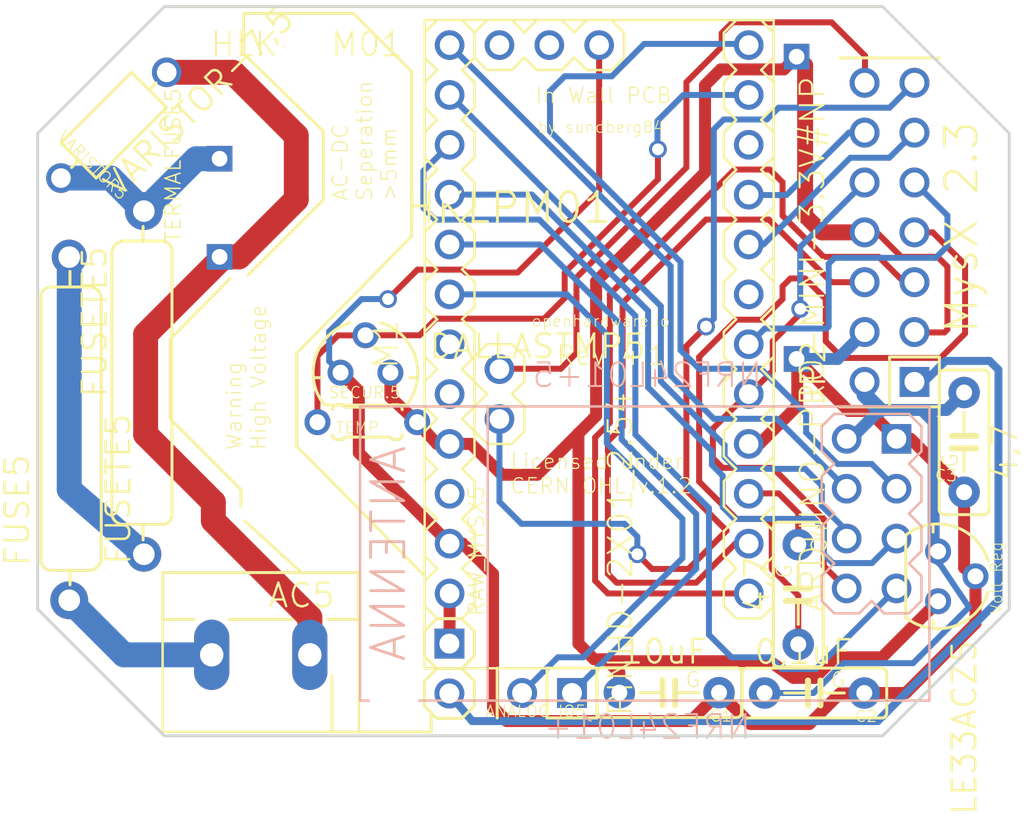
<source format=kicad_pcb>
(kicad_pcb (version 4) (host pcbnew 4.0.4+e1-6308~48~ubuntu16.04.1-stable)

  (general
    (links 49)
    (no_connects 6)
    (area 121.6911 86.046414 174.25945 127.68632)
    (thickness 1.6)
    (drawings 41)
    (tracks 333)
    (zones 0)
    (modules 19)
    (nets 30)
  )

  (page A4)
  (layers
    (0 Top signal)
    (31 Bottom signal)
    (32 B.Adhes user)
    (33 F.Adhes user)
    (34 B.Paste user)
    (35 F.Paste user)
    (36 B.SilkS user)
    (37 F.SilkS user)
    (38 B.Mask user)
    (39 F.Mask user)
    (40 Dwgs.User user)
    (41 Cmts.User user)
    (42 Eco1.User user)
    (43 Eco2.User user)
    (44 Edge.Cuts user)
    (45 Margin user)
    (46 B.CrtYd user)
    (47 F.CrtYd user)
    (48 B.Fab user)
    (49 F.Fab user)
  )

  (setup
    (last_trace_width 0.25)
    (trace_clearance 0.1524)
    (zone_clearance 0.508)
    (zone_45_only no)
    (trace_min 0.2)
    (segment_width 0.2)
    (edge_width 0.15)
    (via_size 0.6)
    (via_drill 0.4)
    (via_min_size 0.4)
    (via_min_drill 0.3)
    (uvia_size 0.3)
    (uvia_drill 0.1)
    (uvias_allowed no)
    (uvia_min_size 0.2)
    (uvia_min_drill 0.1)
    (pcb_text_width 0.3)
    (pcb_text_size 1.5 1.5)
    (mod_edge_width 0.15)
    (mod_text_size 1 1)
    (mod_text_width 0.15)
    (pad_size 1.524 1.524)
    (pad_drill 0.762)
    (pad_to_mask_clearance 0.2)
    (aux_axis_origin 0 0)
    (visible_elements FFFFFF7F)
    (pcbplotparams
      (layerselection 0x00030_80000001)
      (usegerberextensions false)
      (excludeedgelayer true)
      (linewidth 0.100000)
      (plotframeref false)
      (viasonmask false)
      (mode 1)
      (useauxorigin false)
      (hpglpennumber 1)
      (hpglpenspeed 20)
      (hpglpendiameter 15)
      (hpglpenoverlay 2)
      (psnegative false)
      (psa4output false)
      (plotreference true)
      (plotvalue true)
      (plotinvisibletext false)
      (padsonsilk false)
      (subtractmaskfromsilk false)
      (outputformat 1)
      (mirror false)
      (drillshape 1)
      (scaleselection 1)
      (outputdirectory ""))
  )

  (net 0 "")
  (net 1 N$1)
  (net 2 ACGND)
  (net 3 N$4)
  (net 4 3V)
  (net 5 CE-A)
  (net 6 CSN-A)
  (net 7 SCK-A)
  (net 8 MOSI-A)
  (net 9 MISO-A)
  (net 10 5VA)
  (net 11 GNDA)
  (net 12 IRQ-A)
  (net 13 DATADALLAS)
  (net 14 D3)
  (net 15 D4)
  (net 16 D5)
  (net 17 D6)
  (net 18 D7)
  (net 19 A5)
  (net 20 A4)
  (net 21 A0)
  (net 22 A1)
  (net 23 TX)
  (net 24 RX)
  (net 25 RAW)
  (net 26 N$6)
  (net 27 N$7)
  (net 28 RST)
  (net 29 N$8)

  (net_class Default "This is the default net class."
    (clearance 0.1524)
    (trace_width 0.25)
    (via_dia 0.6)
    (via_drill 0.4)
    (uvia_dia 0.3)
    (uvia_drill 0.1)
    (add_net 3V)
    (add_net 5VA)
    (add_net A0)
    (add_net A1)
    (add_net A4)
    (add_net A5)
    (add_net ACGND)
    (add_net CE-A)
    (add_net CSN-A)
    (add_net D3)
    (add_net D4)
    (add_net D5)
    (add_net D6)
    (add_net D7)
    (add_net DATADALLAS)
    (add_net GNDA)
    (add_net IRQ-A)
    (add_net MISO-A)
    (add_net MOSI-A)
    (add_net N$1)
    (add_net N$4)
    (add_net N$6)
    (add_net N$7)
    (add_net N$8)
    (add_net RAW)
    (add_net RST)
    (add_net RX)
    (add_net SCK-A)
    (add_net TX)
  )

  (module "" (layer Top) (tedit 0) (tstamp 0)
    (at 141.9011 121.5786)
    (fp_text reference @HOLE0 (at 0 0) (layer F.SilkS) hide
      (effects (font (thickness 0.15)))
    )
    (fp_text value "" (at 0 0) (layer F.SilkS)
      (effects (font (thickness 0.15)))
    )
    (pad "" np_thru_hole circle (at 0 0) (size 2.5 2.5) (drill 2.5) (layers *.Cu))
  )

  (module "" (layer Top) (tedit 0) (tstamp 0)
    (at 137.5511 88.5786)
    (fp_text reference @HOLE1 (at 0 0) (layer F.SilkS) hide
      (effects (font (thickness 0.15)))
    )
    (fp_text value "" (at 0 0) (layer F.SilkS)
      (effects (font (thickness 0.15)))
    )
    (pad "" np_thru_hole circle (at 0 0) (size 2.5 2.5) (drill 2.5) (layers *.Cu))
  )

  (module HKLPM01 (layer Top) (tedit 0) (tstamp 58E6306A)
    (at 147.7187 96.6786)
    (fp_text reference HLK-PM01 (at -15.24 -7.62) (layer F.SilkS)
      (effects (font (size 1.2065 1.2065) (thickness 0.1016)) (justify left bottom))
    )
    (fp_text value HKLPM01 (at 0 0) (layer F.SilkS)
      (effects (font (thickness 0.15)))
    )
    (fp_line (start -17 -10.1) (end 17 -10.1) (layer Dwgs.User) (width 0.127))
    (fp_line (start 17 -10.1) (end 17 10.1) (layer Dwgs.User) (width 0.127))
    (fp_line (start 17 10.1) (end -17 10.1) (layer Dwgs.User) (width 0.127))
    (fp_line (start -17 10.1) (end -17 -10.1) (layer Dwgs.User) (width 0.127))
    (pad P$1 thru_hole rect (at -14.7 -2.5) (size 1.308 1.308) (drill 0.8) (layers *.Cu *.Mask)
      (net 27 N$7))
    (pad P$2 thru_hole rect (at -14.7 2.5) (size 1.308 1.308) (drill 0.8) (layers *.Cu *.Mask)
      (net 2 ACGND))
    (pad P$3 thru_hole rect (at 14.7 -7.7) (size 1.308 1.308) (drill 0.8) (layers *.Cu *.Mask)
      (net 10 5VA))
    (pad P$4 thru_hole rect (at 14.7 7.7) (size 1.308 1.308) (drill 0.8) (layers *.Cu *.Mask)
      (net 11 GNDA))
  )

  (module TE5 (layer Top) (tedit 0) (tstamp 58E63075)
    (at 125.3583 111.0418 90)
    (descr "<b>FUSE</b><p>\nWickmann")
    (fp_text reference FUSE5 (at -3.981 -1.94 90) (layer F.SilkS)
      (effects (font (size 1.2065 1.2065) (thickness 0.127)) (justify left bottom))
    )
    (fp_text value FUSETE5 (at -3.908 3.21 90) (layer F.SilkS)
      (effects (font (size 1.2065 1.2065) (thickness 0.127)) (justify left bottom))
    )
    (fp_arc (start 9.843 -0.947) (end 9.793 -1.432) (angle 90) (layer F.SilkS) (width 0.1524))
    (fp_arc (start 9.743 1.047) (end 9.793 1.632) (angle -90) (layer F.SilkS) (width 0.1524))
    (fp_arc (start -3.473 0.997) (end -4.108 0.997) (angle -90) (layer F.SilkS) (width 0.1524))
    (fp_arc (start -3.573 -0.897) (end -4.108 -0.997) (angle 90) (layer F.SilkS) (width 0.1524))
    (fp_line (start 9.793 -1.432) (end -3.473 -1.432) (layer F.SilkS) (width 0.1524))
    (fp_line (start -4.108 -0.997) (end -4.108 0.997) (layer F.SilkS) (width 0.1524))
    (fp_line (start -3.473 1.632) (end 9.793 1.632) (layer F.SilkS) (width 0.1524))
    (fp_line (start 10.328 0.997) (end 10.328 -0.997) (layer F.SilkS) (width 0.1524))
    (fp_line (start -4.077 0.038) (end -4.843 0.038) (layer F.SilkS) (width 0.1524))
    (fp_line (start 11.123 0.038) (end 10.357 0.038) (layer F.SilkS) (width 0.1524))
    (pad 1 thru_hole circle (at -5.632 0 180) (size 1.9304 1.9304) (drill 1.1) (layers *.Cu *.Mask)
      (net 3 N$4))
    (pad 2 thru_hole circle (at 11.852 0 180) (size 1.778 1.778) (drill 1.1) (layers *.Cu *.Mask)
      (net 1 N$1))
  )

  (module TE5 (layer Top) (tedit 0) (tstamp 58E63084)
    (at 129.1599 102.478 270)
    (descr "<b>FUSE</b><p>\nWickmann")
    (fp_text reference TERMALFUSE5 (at -3.981 -1.94 450) (layer F.SilkS)
      (effects (font (size 0.77216 0.77216) (thickness 0.077216)) (justify left bottom))
    )
    (fp_text value FUSETE5 (at -3.908 3.21 270) (layer F.SilkS)
      (effects (font (size 1.2065 1.2065) (thickness 0.127)) (justify right top))
    )
    (fp_arc (start 9.843 -0.947) (end 9.793 -1.432) (angle 90) (layer F.SilkS) (width 0.1524))
    (fp_arc (start 9.743 1.047) (end 9.793 1.632) (angle -90) (layer F.SilkS) (width 0.1524))
    (fp_arc (start -3.473 0.997) (end -4.108 0.997) (angle -90) (layer F.SilkS) (width 0.1524))
    (fp_arc (start -3.573 -0.897) (end -4.108 -0.997) (angle 90) (layer F.SilkS) (width 0.1524))
    (fp_line (start 9.793 -1.432) (end -3.473 -1.432) (layer F.SilkS) (width 0.1524))
    (fp_line (start -4.108 -0.997) (end -4.108 0.997) (layer F.SilkS) (width 0.1524))
    (fp_line (start -3.473 1.632) (end 9.793 1.632) (layer F.SilkS) (width 0.1524))
    (fp_line (start 10.328 0.997) (end 10.328 -0.997) (layer F.SilkS) (width 0.1524))
    (fp_line (start -4.077 0.038) (end -4.843 0.038) (layer F.SilkS) (width 0.1524))
    (fp_line (start 11.123 0.038) (end 10.357 0.038) (layer F.SilkS) (width 0.1524))
    (pad 1 thru_hole circle (at -5.632 0) (size 1.9304 1.9304) (drill 1.1) (layers *.Cu *.Mask)
      (net 27 N$7))
    (pad 2 thru_hole circle (at 11.852 0) (size 1.778 1.778) (drill 1.1) (layers *.Cu *.Mask)
      (net 1 N$1))
  )

  (module W237-102 (layer Top) (tedit 0) (tstamp 58E63093)
    (at 135.1165 120.7238 180)
    (descr "<b>WAGO SCREW CLAMP</b>")
    (fp_text reference AC5 (at -3.8462 5.0038 360) (layer F.SilkS)
      (effects (font (size 1.2065 1.2065) (thickness 0.12065)) (justify right top))
    )
    (fp_text value "" (at 0 0 180) (layer F.SilkS)
      (effects (font (thickness 0.15)) (justify right top))
    )
    (fp_line (start -3.491 2.286) (end -1.484 0.279) (layer Dwgs.User) (width 0.254))
    (fp_line (start 1.488 2.261) (end 3.469 0.254) (layer Dwgs.User) (width 0.254))
    (fp_line (start -4.989 5.461) (end 4.993 5.461) (layer F.SilkS) (width 0.1524))
    (fp_line (start -4.989 5.461) (end -4.989 3.073) (layer F.SilkS) (width 0.1524))
    (fp_line (start -4.989 3.073) (end -3.389 3.073) (layer F.SilkS) (width 0.1524))
    (fp_line (start -3.389 3.073) (end -1.611 3.073) (layer Dwgs.User) (width 0.1524))
    (fp_line (start -1.611 3.073) (end 1.615 3.073) (layer F.SilkS) (width 0.1524))
    (fp_line (start 3.393 3.073) (end 4.993 3.073) (layer F.SilkS) (width 0.1524))
    (fp_line (start 4.993 3.073) (end 4.993 5.461) (layer F.SilkS) (width 0.1524))
    (fp_line (start 1.615 3.073) (end 3.393 3.073) (layer Dwgs.User) (width 0.1524))
    (fp_circle (center -2.5 1.27) (end -1.0014 1.27) (layer Dwgs.User) (width 0.1524))
    (fp_circle (center 2.5038 1.27) (end 4.0024 1.27) (layer Dwgs.User) (width 0.1524))
    (fp_line (start -5 3.05) (end -5 -2.65) (layer F.SilkS) (width 0.127))
    (fp_line (start -5 -2.65) (end 5 -2.65) (layer F.SilkS) (width 0.127))
    (fp_line (start 5 -2.65) (end 5 3.45) (layer F.SilkS) (width 0.127))
    (pad 1 thru_hole oval (at -2.5 1.27 270) (size 3.5814 1.7907) (drill 1.1938) (layers *.Cu *.Mask)
      (net 2 ACGND))
    (pad 2 thru_hole oval (at 2.5 1.27 270) (size 3.5814 1.7907) (drill 1.1938) (layers *.Cu *.Mask)
      (net 3 N$4))
  )

  (module ARDUINO-PRO-MINI#NP (layer Top) (tedit 0) (tstamp 58E630A7)
    (at 152.3571 103.6286 90)
    (descr "<b>Arduino Pro Mini</b><br>\nFootprint without programming pads")
    (fp_text reference M1 (at 0 -10.16 90) (layer F.SilkS)
      (effects (font (size 1.2065 1.2065) (thickness 0.1016)) (justify bottom))
    )
    (fp_text value ARDUINO-PRO-MINI-3.3V#NP (at 0 10.16 90) (layer F.SilkS)
      (effects (font (size 1.2065 1.2065) (thickness 0.1016)) (justify top))
    )
    (fp_line (start 16.51 -8.255) (end 15.875 -8.89) (layer F.SilkS) (width 0.127))
    (fp_line (start 14.605 -8.89) (end 13.97 -8.255) (layer F.SilkS) (width 0.127))
    (fp_line (start 12.065 -8.89) (end 11.43 -8.255) (layer F.SilkS) (width 0.127))
    (fp_line (start 11.43 -8.255) (end 10.795 -8.89) (layer F.SilkS) (width 0.127))
    (fp_line (start 8.89 -8.255) (end 8.255 -8.89) (layer F.SilkS) (width 0.127))
    (fp_line (start 6.985 -8.89) (end 6.35 -8.255) (layer F.SilkS) (width 0.127))
    (fp_line (start 6.35 -8.255) (end 5.715 -8.89) (layer F.SilkS) (width 0.127))
    (fp_line (start 4.445 -8.89) (end 3.81 -8.255) (layer F.SilkS) (width 0.127))
    (fp_line (start 3.81 -8.255) (end 3.175 -8.89) (layer F.SilkS) (width 0.127))
    (fp_line (start 1.905 -8.89) (end 1.27 -8.255) (layer F.SilkS) (width 0.127))
    (fp_line (start 1.27 -8.255) (end 0.635 -8.89) (layer F.SilkS) (width 0.127))
    (fp_line (start -0.635 -8.89) (end -1.27 -8.255) (layer F.SilkS) (width 0.127))
    (fp_line (start -1.27 -8.255) (end -1.905 -8.89) (layer F.SilkS) (width 0.127))
    (fp_line (start -3.175 -8.89) (end -3.81 -8.255) (layer F.SilkS) (width 0.127))
    (fp_line (start -3.81 -8.255) (end -4.445 -8.89) (layer F.SilkS) (width 0.127))
    (fp_line (start -5.715 -8.89) (end -6.35 -8.255) (layer F.SilkS) (width 0.127))
    (fp_line (start -8.255 -8.89) (end -8.89 -8.255) (layer F.SilkS) (width 0.127))
    (fp_line (start -8.89 -8.255) (end -9.525 -8.89) (layer F.SilkS) (width 0.127))
    (fp_line (start -10.795 -8.89) (end -11.43 -8.255) (layer F.SilkS) (width 0.127))
    (fp_line (start -11.43 -8.255) (end -12.065 -8.89) (layer F.SilkS) (width 0.127))
    (fp_line (start -13.335 -8.89) (end -13.97 -8.255) (layer F.SilkS) (width 0.127))
    (fp_line (start -13.97 -8.255) (end -13.97 -6.985) (layer F.SilkS) (width 0.127))
    (fp_line (start -13.97 -6.985) (end -13.335 -6.35) (layer F.SilkS) (width 0.127))
    (fp_line (start -13.335 -6.35) (end -12.065 -6.35) (layer F.SilkS) (width 0.127))
    (fp_line (start -12.065 -6.35) (end -11.43 -6.985) (layer F.SilkS) (width 0.127))
    (fp_line (start -11.43 -6.985) (end -10.795 -6.35) (layer F.SilkS) (width 0.127))
    (fp_line (start -10.795 -6.35) (end -9.525 -6.35) (layer F.SilkS) (width 0.127))
    (fp_line (start -9.525 -6.35) (end -8.89 -6.985) (layer F.SilkS) (width 0.127))
    (fp_line (start -8.89 -6.985) (end -8.255 -6.35) (layer F.SilkS) (width 0.127))
    (fp_line (start -8.255 -6.35) (end -6.985 -6.35) (layer F.SilkS) (width 0.127))
    (fp_line (start -6.985 -6.35) (end -6.35 -6.985) (layer F.SilkS) (width 0.127))
    (fp_line (start -6.35 -6.985) (end -5.715 -6.35) (layer F.SilkS) (width 0.127))
    (fp_line (start -5.715 -6.35) (end -4.445 -6.35) (layer F.SilkS) (width 0.127))
    (fp_line (start -4.445 -6.35) (end -3.81 -6.985) (layer F.SilkS) (width 0.127))
    (fp_line (start -3.81 -6.985) (end -3.175 -6.35) (layer F.SilkS) (width 0.127))
    (fp_line (start -3.175 -6.35) (end -1.905 -6.35) (layer F.SilkS) (width 0.127))
    (fp_line (start -1.905 -6.35) (end -1.27 -6.985) (layer F.SilkS) (width 0.127))
    (fp_line (start -1.27 -6.985) (end -0.635 -6.35) (layer F.SilkS) (width 0.127))
    (fp_line (start -0.635 -6.35) (end 0.635 -6.35) (layer F.SilkS) (width 0.127))
    (fp_line (start 0.635 -6.35) (end 1.27 -6.985) (layer F.SilkS) (width 0.127))
    (fp_line (start 1.27 -6.985) (end 1.905 -6.35) (layer F.SilkS) (width 0.127))
    (fp_line (start 1.905 -6.35) (end 3.175 -6.35) (layer F.SilkS) (width 0.127))
    (fp_line (start 3.175 -6.35) (end 3.81 -6.985) (layer F.SilkS) (width 0.127))
    (fp_line (start 3.81 -6.985) (end 4.445 -6.35) (layer F.SilkS) (width 0.127))
    (fp_line (start 4.445 -6.35) (end 5.715 -6.35) (layer F.SilkS) (width 0.127))
    (fp_line (start 5.715 -6.35) (end 6.35 -6.985) (layer F.SilkS) (width 0.127))
    (fp_line (start 6.35 -6.985) (end 6.985 -6.35) (layer F.SilkS) (width 0.127))
    (fp_line (start 6.985 -6.35) (end 8.255 -6.35) (layer F.SilkS) (width 0.127))
    (fp_line (start 8.255 -6.35) (end 8.89 -6.985) (layer F.SilkS) (width 0.127))
    (fp_line (start 8.89 -6.985) (end 9.525 -6.35) (layer F.SilkS) (width 0.127))
    (fp_line (start 9.525 -6.35) (end 10.795 -6.35) (layer F.SilkS) (width 0.127))
    (fp_line (start 10.795 -6.35) (end 11.43 -6.985) (layer F.SilkS) (width 0.127))
    (fp_line (start 11.43 -6.985) (end 12.065 -6.35) (layer F.SilkS) (width 0.127))
    (fp_line (start 12.065 -6.35) (end 13.335 -6.35) (layer F.SilkS) (width 0.127))
    (fp_line (start 13.335 -6.35) (end 13.97 -6.985) (layer F.SilkS) (width 0.127))
    (fp_line (start 13.97 -6.985) (end 14.605 -6.35) (layer F.SilkS) (width 0.127))
    (fp_line (start 14.605 -6.35) (end 15.875 -6.35) (layer F.SilkS) (width 0.127))
    (fp_line (start 15.875 -6.35) (end 16.51 -6.985) (layer F.SilkS) (width 0.127))
    (fp_line (start 16.51 6.985) (end 15.875 6.35) (layer F.SilkS) (width 0.127))
    (fp_line (start -13.335 6.35) (end -13.97 6.985) (layer F.SilkS) (width 0.127))
    (fp_line (start -13.97 6.985) (end -13.97 8.255) (layer F.SilkS) (width 0.127))
    (fp_line (start 15.875 8.89) (end 16.51 8.255) (layer F.SilkS) (width 0.127))
    (fp_line (start -5.08 -5.715) (end -4.445 -6.35) (layer F.SilkS) (width 0.127))
    (fp_line (start -4.445 -6.35) (end -3.175 -6.35) (layer F.SilkS) (width 0.127))
    (fp_line (start -3.175 -6.35) (end -2.54 -5.715) (layer F.SilkS) (width 0.127))
    (fp_line (start -2.54 -5.715) (end -1.905 -6.35) (layer F.SilkS) (width 0.127))
    (fp_line (start -1.905 -6.35) (end -0.635 -6.35) (layer F.SilkS) (width 0.127))
    (fp_line (start -0.635 -6.35) (end 0 -5.715) (layer F.SilkS) (width 0.127))
    (fp_line (start 0 -5.715) (end 0 -4.445) (layer F.SilkS) (width 0.127))
    (fp_line (start 0 -4.445) (end -0.635 -3.81) (layer F.SilkS) (width 0.127))
    (fp_line (start -0.635 -3.81) (end -1.905 -3.81) (layer F.SilkS) (width 0.127))
    (fp_line (start -1.905 -3.81) (end -2.54 -4.445) (layer F.SilkS) (width 0.127))
    (fp_line (start -2.54 -4.445) (end -3.175 -3.81) (layer F.SilkS) (width 0.127))
    (fp_line (start -3.175 -3.81) (end -4.445 -3.81) (layer F.SilkS) (width 0.127))
    (fp_line (start -4.445 -3.81) (end -5.08 -4.445) (layer F.SilkS) (width 0.127))
    (fp_line (start -5.08 -4.445) (end -5.08 -5.715) (layer F.SilkS) (width 0.127))
    (fp_line (start 15.875 -6.35) (end 16.51 -5.715) (layer F.SilkS) (width 0.127))
    (fp_line (start 16.51 -4.445) (end 15.875 -3.81) (layer F.SilkS) (width 0.127))
    (fp_line (start 15.875 -3.81) (end 16.51 -3.175) (layer F.SilkS) (width 0.127))
    (fp_line (start 16.51 -1.905) (end 15.875 -1.27) (layer F.SilkS) (width 0.127))
    (fp_line (start 15.875 -1.27) (end 16.51 -0.635) (layer F.SilkS) (width 0.127))
    (fp_line (start 16.51 0.635) (end 15.875 1.27) (layer F.SilkS) (width 0.127))
    (fp_line (start 15.875 1.27) (end 14.605 1.27) (layer F.SilkS) (width 0.127))
    (fp_line (start 14.605 1.27) (end 13.97 0.635) (layer F.SilkS) (width 0.127))
    (fp_line (start 13.97 0.635) (end 13.97 -0.635) (layer F.SilkS) (width 0.127))
    (fp_line (start 13.97 -0.635) (end 14.605 -1.27) (layer F.SilkS) (width 0.127))
    (fp_line (start 14.605 -1.27) (end 13.97 -1.905) (layer F.SilkS) (width 0.127))
    (fp_line (start 13.97 -1.905) (end 13.97 -3.175) (layer F.SilkS) (width 0.127))
    (fp_line (start 13.97 -3.175) (end 14.605 -3.81) (layer F.SilkS) (width 0.127))
    (fp_line (start 14.605 -3.81) (end 13.97 -4.445) (layer F.SilkS) (width 0.127))
    (fp_line (start 13.97 -4.445) (end 13.97 -5.715) (layer F.SilkS) (width 0.127))
    (fp_line (start 13.97 -5.715) (end 14.605 -6.35) (layer F.SilkS) (width 0.127))
    (fp_line (start -13.335 8.89) (end -13.97 8.255) (layer F.SilkS) (width 0.127))
    (fp_line (start 16.51 -8.89) (end 13.335 -8.89) (layer F.SilkS) (width 0.127))
    (fp_line (start 13.335 -8.89) (end 9.525 -8.89) (layer F.SilkS) (width 0.127))
    (fp_line (start 9.525 -8.89) (end -6.985 -8.89) (layer F.SilkS) (width 0.127))
    (fp_line (start -6.985 -8.89) (end -16.51 -8.89) (layer F.SilkS) (width 0.127))
    (fp_line (start -16.51 8.89) (end -12.065 8.89) (layer F.SilkS) (width 0.127))
    (fp_line (start -12.065 8.89) (end -10.795 8.89) (layer F.SilkS) (width 0.127))
    (fp_line (start -10.795 8.89) (end -9.525 8.89) (layer F.SilkS) (width 0.127))
    (fp_line (start -9.525 8.89) (end -8.255 8.89) (layer F.SilkS) (width 0.127))
    (fp_line (start -8.255 8.89) (end -6.985 8.89) (layer F.SilkS) (width 0.127))
    (fp_line (start -6.985 8.89) (end -5.715 8.89) (layer F.SilkS) (width 0.127))
    (fp_line (start -5.715 8.89) (end -4.445 8.89) (layer F.SilkS) (width 0.127))
    (fp_line (start -4.445 8.89) (end -3.175 8.89) (layer F.SilkS) (width 0.127))
    (fp_line (start -3.175 8.89) (end -1.905 8.89) (layer F.SilkS) (width 0.127))
    (fp_line (start -1.905 8.89) (end -0.635 8.89) (layer F.SilkS) (width 0.127))
    (fp_line (start -0.635 8.89) (end 0.635 8.89) (layer F.SilkS) (width 0.127))
    (fp_line (start 0.635 8.89) (end 1.905 8.89) (layer F.SilkS) (width 0.127))
    (fp_line (start 1.905 8.89) (end 3.175 8.89) (layer F.SilkS) (width 0.127))
    (fp_line (start 3.175 8.89) (end 4.445 8.89) (layer F.SilkS) (width 0.127))
    (fp_line (start 4.445 8.89) (end 5.715 8.89) (layer F.SilkS) (width 0.127))
    (fp_line (start 5.715 8.89) (end 6.985 8.89) (layer F.SilkS) (width 0.127))
    (fp_line (start 6.985 8.89) (end 8.255 8.89) (layer F.SilkS) (width 0.127))
    (fp_line (start 8.255 8.89) (end 9.525 8.89) (layer F.SilkS) (width 0.127))
    (fp_line (start 9.525 8.89) (end 10.795 8.89) (layer F.SilkS) (width 0.127))
    (fp_line (start 10.795 8.89) (end 12.065 8.89) (layer F.SilkS) (width 0.127))
    (fp_line (start 12.065 8.89) (end 13.335 8.89) (layer F.SilkS) (width 0.127))
    (fp_line (start 13.335 8.89) (end 14.605 8.89) (layer F.SilkS) (width 0.127))
    (fp_line (start 14.605 8.89) (end 16.51 8.89) (layer F.SilkS) (width 0.127))
    (fp_line (start -16.51 -8.89) (end -16.51 -7.62) (layer F.SilkS) (width 0.127))
    (fp_line (start -16.51 -7.62) (end -16.51 -6.858) (layer F.SilkS) (width 0.127))
    (fp_line (start -16.51 -6.858) (end -16.51 -5.842) (layer F.SilkS) (width 0.127))
    (fp_line (start -16.51 -5.842) (end -16.51 7.62) (layer F.SilkS) (width 0.127))
    (fp_line (start -16.51 7.62) (end -16.51 8.89) (layer F.SilkS) (width 0.127))
    (fp_line (start 16.51 8.89) (end 16.51 -8.89) (layer F.SilkS) (width 0.127))
    (fp_line (start -6.35 -8.255) (end -6.985 -8.89) (layer F.SilkS) (width 0.127))
    (fp_line (start 13.97 -8.255) (end 13.335 -8.89) (layer F.SilkS) (width 0.127))
    (fp_line (start 8.89 -8.255) (end 9.525 -8.89) (layer F.SilkS) (width 0.127))
    (fp_line (start -12.065 8.89) (end -11.43 8.255) (layer F.SilkS) (width 0.127))
    (fp_line (start -11.43 8.255) (end -10.795 8.89) (layer F.SilkS) (width 0.127))
    (fp_line (start -9.525 8.89) (end -8.89 8.255) (layer F.SilkS) (width 0.127))
    (fp_line (start -8.89 8.255) (end -8.255 8.89) (layer F.SilkS) (width 0.127))
    (fp_line (start -6.985 8.89) (end -6.35 8.255) (layer F.SilkS) (width 0.127))
    (fp_line (start -6.35 8.255) (end -5.715 8.89) (layer F.SilkS) (width 0.127))
    (fp_line (start -4.445 8.89) (end -3.81 8.255) (layer F.SilkS) (width 0.127))
    (fp_line (start -3.81 8.255) (end -3.175 8.89) (layer F.SilkS) (width 0.127))
    (fp_line (start -1.905 8.89) (end -1.27 8.255) (layer F.SilkS) (width 0.127))
    (fp_line (start -1.27 8.255) (end -0.635 8.89) (layer F.SilkS) (width 0.127))
    (fp_line (start 0.635 8.89) (end 1.27 8.255) (layer F.SilkS) (width 0.127))
    (fp_line (start 1.27 8.255) (end 1.905 8.89) (layer F.SilkS) (width 0.127))
    (fp_line (start 3.175 8.89) (end 3.81 8.255) (layer F.SilkS) (width 0.127))
    (fp_line (start 3.81 8.255) (end 4.445 8.89) (layer F.SilkS) (width 0.127))
    (fp_line (start 5.715 8.89) (end 6.35 8.255) (layer F.SilkS) (width 0.127))
    (fp_line (start 6.35 8.255) (end 6.985 8.89) (layer F.SilkS) (width 0.127))
    (fp_line (start 8.255 8.89) (end 8.89 8.255) (layer F.SilkS) (width 0.127))
    (fp_line (start 8.89 8.255) (end 9.525 8.89) (layer F.SilkS) (width 0.127))
    (fp_line (start 10.795 8.89) (end 11.43 8.255) (layer F.SilkS) (width 0.127))
    (fp_line (start 11.43 8.255) (end 12.065 8.89) (layer F.SilkS) (width 0.127))
    (fp_line (start -13.335 6.35) (end -12.065 6.35) (layer F.SilkS) (width 0.127))
    (fp_line (start -12.065 6.35) (end -11.43 6.985) (layer F.SilkS) (width 0.127))
    (fp_line (start -11.43 6.985) (end -10.795 6.35) (layer F.SilkS) (width 0.127))
    (fp_line (start -10.795 6.35) (end -9.525 6.35) (layer F.SilkS) (width 0.127))
    (fp_line (start -9.525 6.35) (end -8.89 6.985) (layer F.SilkS) (width 0.127))
    (fp_line (start -8.89 6.985) (end -8.255 6.35) (layer F.SilkS) (width 0.127))
    (fp_line (start -8.255 6.35) (end -6.985 6.35) (layer F.SilkS) (width 0.127))
    (fp_line (start -6.985 6.35) (end -6.35 6.985) (layer F.SilkS) (width 0.127))
    (fp_line (start -6.35 6.985) (end -5.715 6.35) (layer F.SilkS) (width 0.127))
    (fp_line (start -5.715 6.35) (end -4.445 6.35) (layer F.SilkS) (width 0.127))
    (fp_line (start -4.445 6.35) (end -3.81 6.985) (layer F.SilkS) (width 0.127))
    (fp_line (start -3.81 6.985) (end -3.175 6.35) (layer F.SilkS) (width 0.127))
    (fp_line (start -3.175 6.35) (end -1.905 6.35) (layer F.SilkS) (width 0.127))
    (fp_line (start -1.905 6.35) (end -1.27 6.985) (layer F.SilkS) (width 0.127))
    (fp_line (start -1.27 6.985) (end -0.635 6.35) (layer F.SilkS) (width 0.127))
    (fp_line (start -0.635 6.35) (end 0.635 6.35) (layer F.SilkS) (width 0.127))
    (fp_line (start 0.635 6.35) (end 1.27 6.985) (layer F.SilkS) (width 0.127))
    (fp_line (start 1.27 6.985) (end 1.905 6.35) (layer F.SilkS) (width 0.127))
    (fp_line (start 1.905 6.35) (end 3.175 6.35) (layer F.SilkS) (width 0.127))
    (fp_line (start 3.175 6.35) (end 3.81 6.985) (layer F.SilkS) (width 0.127))
    (fp_line (start 3.81 6.985) (end 4.445 6.35) (layer F.SilkS) (width 0.127))
    (fp_line (start 4.445 6.35) (end 5.715 6.35) (layer F.SilkS) (width 0.127))
    (fp_line (start 5.715 6.35) (end 6.35 6.985) (layer F.SilkS) (width 0.127))
    (fp_line (start 6.35 6.985) (end 6.985 6.35) (layer F.SilkS) (width 0.127))
    (fp_line (start 6.985 6.35) (end 8.255 6.35) (layer F.SilkS) (width 0.127))
    (fp_line (start 8.255 6.35) (end 8.89 6.985) (layer F.SilkS) (width 0.127))
    (fp_line (start 8.89 6.985) (end 9.525 6.35) (layer F.SilkS) (width 0.127))
    (fp_line (start 9.525 6.35) (end 10.795 6.35) (layer F.SilkS) (width 0.127))
    (fp_line (start 10.795 6.35) (end 11.43 6.985) (layer F.SilkS) (width 0.127))
    (fp_line (start 11.43 6.985) (end 12.065 6.35) (layer F.SilkS) (width 0.127))
    (fp_line (start 12.065 6.35) (end 13.335 6.35) (layer F.SilkS) (width 0.127))
    (fp_line (start 13.335 6.35) (end 13.97 6.985) (layer F.SilkS) (width 0.127))
    (fp_line (start 13.97 6.985) (end 14.605 6.35) (layer F.SilkS) (width 0.127))
    (fp_line (start 14.605 6.35) (end 15.875 6.35) (layer F.SilkS) (width 0.127))
    (fp_line (start 14.605 8.89) (end 13.97 8.255) (layer F.SilkS) (width 0.127))
    (fp_line (start 13.97 8.255) (end 13.335 8.89) (layer F.SilkS) (width 0.127))
    (pad J6.1 thru_hole circle (at 15.24 -7.62 90) (size 1.508 1.508) (drill 1) (layers *.Cu *.Mask)
      (net 25 RAW))
    (pad J6.1 thru_hole circle (at 12.7 -7.62 90) (size 1.508 1.508) (drill 1) (layers *.Cu *.Mask)
      (net 25 RAW))
    (pad J6.1 thru_hole circle (at 10.16 -7.62 90) (size 1.508 1.508) (drill 1) (layers *.Cu *.Mask)
      (net 25 RAW))
    (pad J6.9 thru_hole circle (at 7.62 -7.62 90) (size 1.508 1.508) (drill 1) (layers *.Cu *.Mask)
      (net 7 SCK-A))
    (pad J6.8 thru_hole circle (at 5.08 -7.62 90) (size 1.508 1.508) (drill 1) (layers *.Cu *.Mask)
      (net 21 A0))
    (pad J6.7 thru_hole circle (at 2.54 -7.62 90) (size 1.508 1.508) (drill 1) (layers *.Cu *.Mask)
      (net 22 A1))
    (pad J6.6 thru_hole circle (at 0 -7.62 90) (size 1.508 1.508) (drill 1) (layers *.Cu *.Mask))
    (pad J6.5 thru_hole circle (at -2.54 -7.62 90) (size 1.508 1.508) (drill 1) (layers *.Cu *.Mask))
    (pad J6.4 thru_hole circle (at -5.08 -7.62 90) (size 1.508 1.508) (drill 1) (layers *.Cu *.Mask)
      (net 10 5VA))
    (pad J6.3 thru_hole circle (at -7.62 -7.62 90) (size 1.508 1.508) (drill 1) (layers *.Cu *.Mask))
    (pad J6.2 thru_hole circle (at -10.16 -7.62 90) (size 1.508 1.508) (drill 1) (layers *.Cu *.Mask)
      (net 11 GNDA))
    (pad J6.1 thru_hole circle (at -12.7 -7.62 90) (size 1.508 1.508) (drill 1) (layers *.Cu *.Mask)
      (net 25 RAW))
    (pad J3.3 thru_hole circle (at 15.24 -5.08 90) (size 1.508 1.508) (drill 1) (layers *.Cu *.Mask))
    (pad J3.2 thru_hole circle (at 15.24 -2.54 90) (size 1.508 1.508) (drill 1) (layers *.Cu *.Mask))
    (pad J3.1 thru_hole circle (at 15.24 0 90) (size 1.508 1.508) (drill 1) (layers *.Cu *.Mask)
      (net 11 GNDA))
    (pad J2.2 thru_hole circle (at -3.81 -5.08 90) (size 1.508 1.508) (drill 1) (layers *.Cu *.Mask)
      (net 19 A5))
    (pad J2.1 thru_hole circle (at -1.27 -5.08 90) (size 1.508 1.508) (drill 1) (layers *.Cu *.Mask)
      (net 20 A4))
    (pad J7.1 thru_hole circle (at 15.24 7.62 90) (size 1.508 1.508) (drill 1) (layers *.Cu *.Mask)
      (net 5 CE-A))
    (pad J7.2 thru_hole circle (at 12.7 7.62 90) (size 1.508 1.508) (drill 1) (layers *.Cu *.Mask)
      (net 13 DATADALLAS))
    (pad J7.3 thru_hole circle (at 10.16 7.62 90) (size 1.508 1.508) (drill 1) (layers *.Cu *.Mask)
      (net 18 D7))
    (pad J7.4 thru_hole circle (at 7.62 7.62 90) (size 1.508 1.508) (drill 1) (layers *.Cu *.Mask)
      (net 17 D6))
    (pad J7.5 thru_hole circle (at 5.08 7.62 90) (size 1.508 1.508) (drill 1) (layers *.Cu *.Mask)
      (net 16 D5))
    (pad J7.6 thru_hole circle (at 2.54 7.62 90) (size 1.508 1.508) (drill 1) (layers *.Cu *.Mask)
      (net 15 D4))
    (pad J7.8 thru_hole circle (at -2.54 7.62 90) (size 1.508 1.508) (drill 1) (layers *.Cu *.Mask)
      (net 12 IRQ-A))
    (pad J7.9 thru_hole circle (at -5.08 7.62 90) (size 1.508 1.508) (drill 1) (layers *.Cu *.Mask)
      (net 11 GNDA))
    (pad J7.1 thru_hole circle (at -10.16 7.62 90) (size 1.508 1.508) (drill 1) (layers *.Cu *.Mask)
      (net 5 CE-A))
    (pad J7.1 thru_hole circle (at -12.7 7.62 90) (size 1.508 1.508) (drill 1) (layers *.Cu *.Mask)
      (net 5 CE-A))
    (pad J7.1 thru_hole circle (at -7.62 7.62 90) (size 1.508 1.508) (drill 1) (layers *.Cu *.Mask)
      (net 5 CE-A))
    (pad J7.7 thru_hole circle (at 0 7.62 90) (size 1.508 1.508) (drill 1) (layers *.Cu *.Mask)
      (net 14 D3))
  )

  (module WIRELESS-NRF24L01 (layer Bottom) (tedit 0) (tstamp 58E63180)
    (at 154.8077 114.8004 180)
    (descr "<b>2.4 GHz Wireless Module</b> based on <b>NRF24L01</b> chip")
    (fp_text reference NRF24L01+5 (at 0 8.89 180) (layer B.SilkS)
      (effects (font (size 1.2065 1.2065) (thickness 0.1016)) (justify bottom mirror))
    )
    (fp_text value NRF24L01+ (at 0 -7.62 180) (layer B.SilkS)
      (effects (font (size 1.2065 1.2065) (thickness 0.1016)) (justify top mirror))
    )
    (fp_line (start -14.3764 8.001) (end 8.128 8.001) (layer B.SilkS) (width 0.127))
    (fp_line (start 8.128 8.001) (end 14.6304 8.001) (layer B.SilkS) (width 0.127))
    (fp_line (start 14.6304 8.001) (end 14.6304 -6.985) (layer B.SilkS) (width 0.127))
    (fp_line (start 14.6304 -6.985) (end 8.128 -6.985) (layer B.SilkS) (width 0.127))
    (fp_line (start 8.128 -6.985) (end -14.3764 -6.985) (layer B.SilkS) (width 0.127))
    (fp_line (start -14.3764 -6.985) (end -14.3764 8.001) (layer B.SilkS) (width 0.127))
    (fp_line (start -13.97 6.985) (end -13.335 7.62) (layer B.SilkS) (width 0.127))
    (fp_line (start -13.335 7.62) (end -9.525 7.62) (layer B.SilkS) (width 0.127))
    (fp_line (start -9.525 7.62) (end -8.89 6.985) (layer B.SilkS) (width 0.127))
    (fp_line (start -8.89 6.985) (end -8.89 5.715) (layer B.SilkS) (width 0.127))
    (fp_line (start -8.89 5.715) (end -9.525 5.08) (layer B.SilkS) (width 0.127))
    (fp_line (start -9.525 5.08) (end -8.89 4.445) (layer B.SilkS) (width 0.127))
    (fp_line (start -8.89 4.445) (end -8.89 3.175) (layer B.SilkS) (width 0.127))
    (fp_line (start -8.89 3.175) (end -9.525 2.54) (layer B.SilkS) (width 0.127))
    (fp_line (start -9.525 2.54) (end -8.89 1.905) (layer B.SilkS) (width 0.127))
    (fp_line (start -8.89 1.905) (end -8.89 0.635) (layer B.SilkS) (width 0.127))
    (fp_line (start -8.89 0.635) (end -9.525 0) (layer B.SilkS) (width 0.127))
    (fp_line (start -9.525 0) (end -8.89 -0.635) (layer B.SilkS) (width 0.127))
    (fp_line (start -8.89 -0.635) (end -8.89 -1.905) (layer B.SilkS) (width 0.127))
    (fp_line (start -8.89 -1.905) (end -9.525 -2.54) (layer B.SilkS) (width 0.127))
    (fp_line (start -9.525 -2.54) (end -10.795 -2.54) (layer B.SilkS) (width 0.127))
    (fp_line (start -10.795 -2.54) (end -11.43 -1.905) (layer B.SilkS) (width 0.127))
    (fp_line (start -11.43 -1.905) (end -12.065 -2.54) (layer B.SilkS) (width 0.127))
    (fp_line (start -12.065 -2.54) (end -13.335 -2.54) (layer B.SilkS) (width 0.127))
    (fp_line (start -13.335 -2.54) (end -13.97 -1.905) (layer B.SilkS) (width 0.127))
    (fp_line (start -13.97 -1.905) (end -13.97 -0.635) (layer B.SilkS) (width 0.127))
    (fp_line (start -13.97 -0.635) (end -13.335 0) (layer B.SilkS) (width 0.127))
    (fp_line (start -13.335 0) (end -13.97 0.635) (layer B.SilkS) (width 0.127))
    (fp_line (start -13.97 0.635) (end -13.97 1.905) (layer B.SilkS) (width 0.127))
    (fp_line (start -13.97 1.905) (end -13.335 2.54) (layer B.SilkS) (width 0.127))
    (fp_line (start -13.335 2.54) (end -13.97 3.175) (layer B.SilkS) (width 0.127))
    (fp_line (start -13.97 3.175) (end -13.97 4.445) (layer B.SilkS) (width 0.127))
    (fp_line (start -13.97 4.445) (end -13.335 5.08) (layer B.SilkS) (width 0.127))
    (fp_line (start -13.335 5.08) (end -13.97 5.715) (layer B.SilkS) (width 0.127))
    (fp_line (start -13.97 5.715) (end -13.97 6.985) (layer B.SilkS) (width 0.127))
    (fp_line (start 8.128 8.001) (end 8.128 -6.985) (layer B.SilkS) (width 0.127))
    (fp_text user ANTENNA (at 12.192 0.508 450) (layer B.SilkS)
      (effects (font (size 1.6891 1.6891) (thickness 0.14224)) (justify bottom mirror))
    )
    (pad 1 thru_hole rect (at -12.7 6.35 180) (size 1.508 1.508) (drill 1) (layers *.Cu *.Mask)
      (net 11 GNDA))
    (pad 8 thru_hole circle (at -10.16 -1.27 180) (size 1.508 1.508) (drill 1) (layers *.Cu *.Mask)
      (net 12 IRQ-A))
    (pad 6 thru_hole circle (at -10.16 1.27 180) (size 1.508 1.508) (drill 1) (layers *.Cu *.Mask)
      (net 8 MOSI-A))
    (pad 4 thru_hole circle (at -10.16 3.81 180) (size 1.508 1.508) (drill 1) (layers *.Cu *.Mask)
      (net 6 CSN-A))
    (pad 2 thru_hole circle (at -10.16 6.35 180) (size 1.508 1.508) (drill 1) (layers *.Cu *.Mask)
      (net 4 3V))
    (pad 3 thru_hole circle (at -12.7 3.81 180) (size 1.508 1.508) (drill 1) (layers *.Cu *.Mask)
      (net 5 CE-A))
    (pad 5 thru_hole circle (at -12.7 1.27 180) (size 1.508 1.508) (drill 1) (layers *.Cu *.Mask)
      (net 7 SCK-A))
    (pad 7 thru_hole circle (at -12.7 -1.27 180) (size 1.508 1.508) (drill 1) (layers *.Cu *.Mask)
      (net 9 MISO-A))
  )

  (module C5B2.5 (layer Top) (tedit 0) (tstamp 58E631B0)
    (at 163.3257 121.399 180)
    (descr "<B>MKS2</B>, 7.5 x 2.5 mm, grid 5.08 mm")
    (fp_text reference C2 (at -2.032 -1.524 360) (layer F.SilkS)
      (effects (font (size 0.57912 0.57912) (thickness 0.057912)) (justify left bottom))
    )
    (fp_text value 0,1uF (at -2.032 2.794 180) (layer F.SilkS)
      (effects (font (size 1.2065 1.2065) (thickness 0.127)) (justify right top))
    )
    (fp_line (start -0.3048 -0.635) (end -0.3048 0) (layer F.SilkS) (width 0.3048))
    (fp_line (start -0.3048 0) (end -0.3048 0.635) (layer F.SilkS) (width 0.3048))
    (fp_line (start -0.3048 0) (end -1.524 0) (layer F.SilkS) (width 0.1524))
    (fp_line (start 0.3302 -0.635) (end 0.3302 0) (layer F.SilkS) (width 0.3048))
    (fp_line (start 0.3302 0) (end 0.3302 0.635) (layer F.SilkS) (width 0.3048))
    (fp_line (start 0.3302 0) (end 1.524 0) (layer F.SilkS) (width 0.1524))
    (fp_line (start -3.683 -1.016) (end -3.683 1.016) (layer F.SilkS) (width 0.1524))
    (fp_line (start -3.429 1.27) (end 3.429 1.27) (layer F.SilkS) (width 0.1524))
    (fp_line (start 3.683 1.016) (end 3.683 -1.016) (layer F.SilkS) (width 0.1524))
    (fp_line (start 3.429 -1.27) (end -3.429 -1.27) (layer F.SilkS) (width 0.1524))
    (fp_arc (start 3.429 -1.016) (end 3.429 -1.27) (angle 90) (layer F.SilkS) (width 0.1524))
    (fp_arc (start 3.429 1.016) (end 3.429 1.27) (angle -90) (layer F.SilkS) (width 0.1524))
    (fp_arc (start -3.429 1.016) (end -3.683 1.016) (angle -90) (layer F.SilkS) (width 0.1524))
    (fp_arc (start -3.429 -1.016) (end -3.683 -1.016) (angle 90) (layer F.SilkS) (width 0.1524))
    (pad 1 thru_hole circle (at -2.54 0 180) (size 1.6002 1.6002) (drill 0.8128) (layers *.Cu *.Mask)
      (net 11 GNDA))
    (pad 2 thru_hole circle (at 2.54 0 180) (size 1.6002 1.6002) (drill 0.8128) (layers *.Cu *.Mask)
      (net 4 3V))
  )

  (module C5B2.5 (layer Top) (tedit 0) (tstamp 58E631C3)
    (at 155.9253 121.3808 180)
    (descr "<B>MKS2</B>, 7.5 x 2.5 mm, grid 5.08 mm")
    (fp_text reference C1 (at -2.032 -1.524 360) (layer F.SilkS)
      (effects (font (size 0.57912 0.57912) (thickness 0.057912)) (justify left bottom))
    )
    (fp_text value 10uF (at -2.032 2.794 180) (layer F.SilkS)
      (effects (font (size 1.2065 1.2065) (thickness 0.127)) (justify right top))
    )
    (fp_line (start -0.3048 -0.635) (end -0.3048 0) (layer F.SilkS) (width 0.3048))
    (fp_line (start -0.3048 0) (end -0.3048 0.635) (layer F.SilkS) (width 0.3048))
    (fp_line (start -0.3048 0) (end -1.524 0) (layer F.SilkS) (width 0.1524))
    (fp_line (start 0.3302 -0.635) (end 0.3302 0) (layer F.SilkS) (width 0.3048))
    (fp_line (start 0.3302 0) (end 0.3302 0.635) (layer F.SilkS) (width 0.3048))
    (fp_line (start 0.3302 0) (end 1.524 0) (layer F.SilkS) (width 0.1524))
    (fp_line (start -3.683 -1.016) (end -3.683 1.016) (layer F.SilkS) (width 0.1524))
    (fp_line (start -3.429 1.27) (end 3.429 1.27) (layer F.SilkS) (width 0.1524))
    (fp_line (start 3.683 1.016) (end 3.683 -1.016) (layer F.SilkS) (width 0.1524))
    (fp_line (start 3.429 -1.27) (end -3.429 -1.27) (layer F.SilkS) (width 0.1524))
    (fp_arc (start 3.429 -1.016) (end 3.429 -1.27) (angle 90) (layer F.SilkS) (width 0.1524))
    (fp_arc (start 3.429 1.016) (end 3.429 1.27) (angle -90) (layer F.SilkS) (width 0.1524))
    (fp_arc (start -3.429 1.016) (end -3.683 1.016) (angle -90) (layer F.SilkS) (width 0.1524))
    (fp_arc (start -3.429 -1.016) (end -3.683 -1.016) (angle 90) (layer F.SilkS) (width 0.1524))
    (pad 1 thru_hole circle (at -2.54 0 180) (size 1.6002 1.6002) (drill 0.8128) (layers *.Cu *.Mask)
      (net 11 GNDA))
    (pad 2 thru_hole circle (at 2.54 0 180) (size 1.6002 1.6002) (drill 0.8128) (layers *.Cu *.Mask)
      (net 10 5VA))
  )

  (module 78LXX (layer Top) (tedit 0) (tstamp 58E631D6)
    (at 169.6257 115.4538 270)
    (descr "<b>VOLTAGE REGULATOR</b>")
    (fp_text reference LE33ACZ5 (at 3.175 -0.635 270) (layer F.SilkS)
      (effects (font (size 1.2065 1.2065) (thickness 0.127)) (justify right top))
    )
    (fp_text value "" (at 3.175 1.27 450) (layer F.SilkS)
      (effects (font (size 1.2065 1.2065) (thickness 0.12065)) (justify right top))
    )
    (fp_arc (start 0 0.000003) (end -2.0946 1.651) (angle 111.098957) (layer F.SilkS) (width 0.1524))
    (fp_arc (start 0.0005 0.000014) (end 0.7868 -2.5484) (angle 111.09954) (layer F.SilkS) (width 0.1524))
    (fp_line (start -2.095 1.651) (end 2.095 1.651) (layer F.SilkS) (width 0.1524))
    (fp_line (start -2.655 0.254) (end -2.254 0.254) (layer F.SilkS) (width 0.1524))
    (fp_line (start 2.254 0.254) (end 2.655 0.254) (layer F.SilkS) (width 0.1524))
    (fp_arc (start 0 0) (end -0.7863 -2.5485) (angle 34.293591) (layer Dwgs.User) (width 0.1524))
    (fp_text user - (at -0.635 -0.889 270) (layer Dwgs.User)
      (effects (font (size 1.2065 1.2065) (thickness 0.127)) (justify left bottom))
    )
    (fp_text user O (at -1.778 0.635 270) (layer Dwgs.User)
      (effects (font (size 1.2065 1.2065) (thickness 0.127)) (justify left bottom))
    )
    (fp_text user I (at 0.635 0.635 270) (layer Dwgs.User)
      (effects (font (size 1.2065 1.2065) (thickness 0.127)) (justify left bottom))
    )
    (pad OUT thru_hole circle (at -1.27 0 270) (size 1.3208 1.3208) (drill 0.8128) (layers *.Cu *.Mask)
      (net 4 3V))
    (pad GND thru_hole circle (at 0 -1.905 270) (size 1.3208 1.3208) (drill 0.8128) (layers *.Cu *.Mask)
      (net 11 GNDA))
    (pad IN thru_hole circle (at 1.27 0 270) (size 1.3208 1.3208) (drill 0.8128) (layers *.Cu *.Mask)
      (net 10 5VA))
  )

  (module 0204%2f5 (layer Top) (tedit 0) (tstamp 58E631E5)
    (at 140.5447 107.6)
    (descr "<b>RESISTOR</b><p>\ntype 0204, grid 5 mm")
    (fp_text reference SECUR.5 (at -2.0066 -1.1684) (layer F.SilkS)
      (effects (font (size 0.57912 0.57912) (thickness 0.057912)) (justify left bottom))
    )
    (fp_text value "" (at -2.1336 2.3114) (layer F.SilkS)
      (effects (font (size 0.94107 0.94107) (thickness 0.094107)) (justify left bottom))
    )
    (fp_line (start 2.54 0) (end 2.032 0) (layer Dwgs.User) (width 0.508))
    (fp_line (start -2.54 0) (end -2.032 0) (layer Dwgs.User) (width 0.508))
    (fp_arc (start -1.524 -0.635) (end -1.778 -0.635) (angle 90) (layer F.SilkS) (width 0.1524))
    (fp_arc (start -1.524 0.635) (end -1.778 0.635) (angle -90) (layer F.SilkS) (width 0.1524))
    (fp_arc (start 1.524 0.635) (end 1.524 0.889) (angle -90) (layer F.SilkS) (width 0.1524))
    (fp_arc (start 1.524 -0.635) (end 1.524 -0.889) (angle 90) (layer F.SilkS) (width 0.1524))
    (fp_line (start -1.778 0.635) (end -1.778 -0.635) (layer Dwgs.User) (width 0.1524))
    (fp_line (start -1.524 -0.889) (end -1.27 -0.889) (layer F.SilkS) (width 0.1524))
    (fp_line (start -1.143 -0.762) (end -1.27 -0.889) (layer F.SilkS) (width 0.1524))
    (fp_line (start -1.524 0.889) (end -1.27 0.889) (layer F.SilkS) (width 0.1524))
    (fp_line (start -1.143 0.762) (end -1.27 0.889) (layer F.SilkS) (width 0.1524))
    (fp_line (start 1.143 -0.762) (end 1.27 -0.889) (layer F.SilkS) (width 0.1524))
    (fp_line (start 1.143 -0.762) (end -1.143 -0.762) (layer F.SilkS) (width 0.1524))
    (fp_line (start 1.143 0.762) (end 1.27 0.889) (layer F.SilkS) (width 0.1524))
    (fp_line (start 1.143 0.762) (end -1.143 0.762) (layer F.SilkS) (width 0.1524))
    (fp_line (start 1.524 -0.889) (end 1.27 -0.889) (layer F.SilkS) (width 0.1524))
    (fp_line (start 1.524 0.889) (end 1.27 0.889) (layer F.SilkS) (width 0.1524))
    (fp_line (start 1.778 0.635) (end 1.778 -0.635) (layer Dwgs.User) (width 0.1524))
    (fp_poly (pts (xy -2.032 0.254) (xy -1.778 0.254) (xy -1.778 -0.254) (xy -2.032 -0.254)) (layer Dwgs.User) (width 0))
    (fp_poly (pts (xy 1.778 0.254) (xy 2.032 0.254) (xy 2.032 -0.254) (xy 1.778 -0.254)) (layer Dwgs.User) (width 0))
    (pad 1 thru_hole circle (at -2.54 0) (size 1.3208 1.3208) (drill 0.8128) (layers *.Cu *.Mask)
      (net 13 DATADALLAS))
    (pad 2 thru_hole circle (at 2.54 0) (size 1.3208 1.3208) (drill 0.8128) (layers *.Cu *.Mask)
      (net 10 5VA))
  )

  (module 1X02-S (layer Top) (tedit 0) (tstamp 58E631FE)
    (at 144.7261 120.1536 270)
    (descr "<b>PIN HEADER</b> - 2.54")
    (fp_text reference RAW_MYSX5 (at -2.6162 -1.8288 450) (layer F.SilkS)
      (effects (font (size 0.77216 0.77216) (thickness 0.077216)) (justify left bottom))
    )
    (fp_text value "" (at -2.54 3.175 450) (layer F.SilkS)
      (effects (font (size 1.2065 1.2065) (thickness 0.09652)) (justify right top))
    )
    (fp_line (start -1.905 -1.27) (end -0.635 -1.27) (layer F.SilkS) (width 0.1524))
    (fp_line (start -0.635 -1.27) (end 0 -0.635) (layer F.SilkS) (width 0.1524))
    (fp_line (start 0 -0.635) (end 0 0.635) (layer F.SilkS) (width 0.1524))
    (fp_line (start 0 0.635) (end -0.635 1.27) (layer F.SilkS) (width 0.1524))
    (fp_line (start -2.54 -0.635) (end -2.54 0.635) (layer F.SilkS) (width 0.1524))
    (fp_line (start -1.905 -1.27) (end -2.54 -0.635) (layer F.SilkS) (width 0.1524))
    (fp_line (start -2.54 0.635) (end -1.905 1.27) (layer F.SilkS) (width 0.1524))
    (fp_line (start -0.635 1.27) (end -1.905 1.27) (layer F.SilkS) (width 0.1524))
    (fp_line (start 0 -0.635) (end 0.635 -1.27) (layer F.SilkS) (width 0.1524))
    (fp_line (start 0.635 -1.27) (end 1.905 -1.27) (layer F.SilkS) (width 0.1524))
    (fp_line (start 1.905 -1.27) (end 2.54 -0.635) (layer F.SilkS) (width 0.1524))
    (fp_line (start 2.54 -0.635) (end 2.54 0.635) (layer F.SilkS) (width 0.1524))
    (fp_line (start 2.54 0.635) (end 1.905 1.27) (layer F.SilkS) (width 0.1524))
    (fp_line (start 1.905 1.27) (end 0.635 1.27) (layer F.SilkS) (width 0.1524))
    (fp_line (start 0.635 1.27) (end 0 0.635) (layer F.SilkS) (width 0.1524))
    (fp_poly (pts (xy -1.524 0.254) (xy -1.016 0.254) (xy -1.016 -0.254) (xy -1.524 -0.254)) (layer Dwgs.User) (width 0))
    (fp_poly (pts (xy 1.016 0.254) (xy 1.524 0.254) (xy 1.524 -0.254) (xy 1.016 -0.254)) (layer Dwgs.User) (width 0))
    (pad 1 thru_hole rect (at -1.27 0 270) (size 1.524 1.524) (drill 1.016) (layers *.Cu *.Mask)
      (net 25 RAW))
    (pad 2 thru_hole circle (at 1.27 0 270) (size 1.524 1.524) (drill 1.016) (layers *.Cu *.Mask)
      (net 26 N$6))
  )

  (module R-7,5 (layer Top) (tedit 0) (tstamp 58E63214)
    (at 127.6311 92.4696 45)
    (descr <b>VARISTOR</b>)
    (fp_text reference VARISTOR5 (at -2.54 -1.651 135) (layer F.SilkS)
      (effects (font (size 0.57912 0.57912) (thickness 0.057912)) (justify left bottom))
    )
    (fp_text value VARISTOR-7,5 (at -2.54 2.921 45) (layer F.SilkS)
      (effects (font (size 1.2065 1.2065) (thickness 0.127)) (justify left bottom))
    )
    (fp_line (start -2.54 1.27) (end 2.54 1.27) (layer F.SilkS) (width 0.1524))
    (fp_line (start 2.54 -1.27) (end -2.54 -1.27) (layer F.SilkS) (width 0.1524))
    (fp_line (start 2.54 0) (end 3.048 0) (layer F.SilkS) (width 0.1524))
    (fp_line (start 2.54 1.27) (end 2.54 0) (layer F.SilkS) (width 0.1524))
    (fp_line (start -2.54 0) (end -3.048 0) (layer F.SilkS) (width 0.1524))
    (fp_line (start -2.54 -1.27) (end -2.54 0) (layer F.SilkS) (width 0.1524))
    (fp_line (start 2.54 0) (end 2.54 -1.27) (layer F.SilkS) (width 0.1524))
    (fp_line (start -2.54 0) (end -2.54 1.27) (layer F.SilkS) (width 0.1524))
    (pad 1 thru_hole circle (at -3.81 0 45) (size 1.508 1.508) (drill 1) (layers *.Cu *.Mask)
      (net 27 N$7))
    (pad 2 thru_hole circle (at 3.81 0 45) (size 1.508 1.508) (drill 1) (layers *.Cu *.Mask)
      (net 2 ACGND))
  )

  (module 2X07 (layer Top) (tedit 0) (tstamp 58E63221)
    (at 167.1511 97.9286 90)
    (descr "<b>PIN HEADER</b> - 2.54")
    (fp_text reference JP2 (at -8.89 -3.175 90) (layer F.SilkS)
      (effects (font (size 1.2065 1.2065) (thickness 0.127)) (justify left bottom))
    )
    (fp_text value "" (at -8.89 4.445 90) (layer F.SilkS)
      (effects (font (size 1.2065 1.2065) (thickness 0.09652)) (justify left bottom))
    )
    (fp_line (start -8.89 0) (end -8.89 -2.54) (layer F.SilkS) (width 0.1524))
    (fp_line (start 8.89 -2.54) (end 8.89 2.54) (layer F.SilkS) (width 0.1524))
    (fp_poly (pts (xy -7.874 1.524) (xy -7.366 1.524) (xy -7.366 1.016) (xy -7.874 1.016)) (layer Dwgs.User) (width 0))
    (fp_poly (pts (xy -7.874 -1.016) (xy -7.366 -1.016) (xy -7.366 -1.524) (xy -7.874 -1.524)) (layer Dwgs.User) (width 0))
    (fp_poly (pts (xy -5.334 -1.016) (xy -4.826 -1.016) (xy -4.826 -1.524) (xy -5.334 -1.524)) (layer Dwgs.User) (width 0))
    (fp_poly (pts (xy -5.334 1.524) (xy -4.826 1.524) (xy -4.826 1.016) (xy -5.334 1.016)) (layer Dwgs.User) (width 0))
    (fp_poly (pts (xy -2.794 -1.016) (xy -2.286 -1.016) (xy -2.286 -1.524) (xy -2.794 -1.524)) (layer Dwgs.User) (width 0))
    (fp_poly (pts (xy -2.794 1.524) (xy -2.286 1.524) (xy -2.286 1.016) (xy -2.794 1.016)) (layer Dwgs.User) (width 0))
    (fp_poly (pts (xy -0.254 -1.016) (xy 0.254 -1.016) (xy 0.254 -1.524) (xy -0.254 -1.524)) (layer Dwgs.User) (width 0))
    (fp_poly (pts (xy 2.286 -1.016) (xy 2.794 -1.016) (xy 2.794 -1.524) (xy 2.286 -1.524)) (layer Dwgs.User) (width 0))
    (fp_poly (pts (xy 4.826 -1.016) (xy 5.334 -1.016) (xy 5.334 -1.524) (xy 4.826 -1.524)) (layer Dwgs.User) (width 0))
    (fp_poly (pts (xy -0.254 1.524) (xy 0.254 1.524) (xy 0.254 1.016) (xy -0.254 1.016)) (layer Dwgs.User) (width 0))
    (fp_poly (pts (xy 2.286 1.524) (xy 2.794 1.524) (xy 2.794 1.016) (xy 2.286 1.016)) (layer Dwgs.User) (width 0))
    (fp_poly (pts (xy 4.826 1.524) (xy 5.334 1.524) (xy 5.334 1.016) (xy 4.826 1.016)) (layer Dwgs.User) (width 0))
    (fp_poly (pts (xy 7.366 -1.016) (xy 7.874 -1.016) (xy 7.874 -1.524) (xy 7.366 -1.524)) (layer Dwgs.User) (width 0))
    (fp_poly (pts (xy 7.366 1.524) (xy 7.874 1.524) (xy 7.874 1.016) (xy 7.366 1.016)) (layer Dwgs.User) (width 0))
    (fp_line (start -8.89 2.54) (end -8.89 0) (layer F.SilkS) (width 0.1524))
    (fp_line (start -6.35 2.54) (end -8.89 2.54) (layer F.SilkS) (width 0.1524))
    (fp_line (start -6.35 0) (end -6.35 2.54) (layer F.SilkS) (width 0.1524))
    (fp_line (start -8.89 0) (end -6.35 0) (layer F.SilkS) (width 0.1524))
    (pad 1 thru_hole rect (at -7.62 1.27 90) (size 1.524 1.524) (drill 1.016) (layers *.Cu *.Mask)
      (net 26 N$6))
    (pad 2 thru_hole circle (at -7.62 -1.27 90) (size 1.524 1.524) (drill 1.016) (layers *.Cu *.Mask)
      (net 4 3V))
    (pad 3 thru_hole circle (at -5.08 1.27 90) (size 1.524 1.524) (drill 1.016) (layers *.Cu *.Mask)
      (net 10 5VA))
    (pad 4 thru_hole circle (at -5.08 -1.27 90) (size 1.524 1.524) (drill 1.016) (layers *.Cu *.Mask)
      (net 11 GNDA))
    (pad 5 thru_hole circle (at -2.54 1.27 90) (size 1.524 1.524) (drill 1.016) (layers *.Cu *.Mask)
      (net 23 TX))
    (pad 6 thru_hole circle (at -2.54 -1.27 90) (size 1.524 1.524) (drill 1.016) (layers *.Cu *.Mask)
      (net 24 RX))
    (pad 7 thru_hole circle (at 0 1.27 90) (size 1.524 1.524) (drill 1.016) (layers *.Cu *.Mask)
      (net 29 N$8))
    (pad 8 thru_hole circle (at 0 -1.27 90) (size 1.524 1.524) (drill 1.016) (layers *.Cu *.Mask)
      (net 10 5VA))
    (pad 9 thru_hole circle (at 2.54 1.27 90) (size 1.524 1.524) (drill 1.016) (layers *.Cu *.Mask)
      (net 14 D3))
    (pad 10 thru_hole circle (at 2.54 -1.27 90) (size 1.524 1.524) (drill 1.016) (layers *.Cu *.Mask)
      (net 12 IRQ-A))
    (pad 11 thru_hole circle (at 5.08 1.27 90) (size 1.524 1.524) (drill 1.016) (layers *.Cu *.Mask)
      (net 16 D5))
    (pad 12 thru_hole circle (at 5.08 -1.27 90) (size 1.524 1.524) (drill 1.016) (layers *.Cu *.Mask)
      (net 17 D6))
    (pad 13 thru_hole circle (at 7.62 1.27 90) (size 1.524 1.524) (drill 1.016) (layers *.Cu *.Mask)
      (net 19 A5))
    (pad 14 thru_hole circle (at 7.62 -1.27 90) (size 1.524 1.524) (drill 1.016) (layers *.Cu *.Mask)
      (net 20 A4))
  )

  (module 78LXX (layer Top) (tedit 0) (tstamp 58E63246)
    (at 140.4511 105.0786)
    (descr "<b>VOLTAGE REGULATOR</b>")
    (fp_text reference DALLASTMP5 (at 3.175 -0.635) (layer F.SilkS)
      (effects (font (size 1.2065 1.2065) (thickness 0.127)) (justify left bottom))
    )
    (fp_text value "" (at 3.175 1.27) (layer F.SilkS)
      (effects (font (size 1.2065 1.2065) (thickness 0.12065)) (justify left bottom))
    )
    (fp_arc (start 0 0.000003) (end -2.0946 1.651) (angle 111.098957) (layer F.SilkS) (width 0.1524))
    (fp_arc (start 0.0005 0.000014) (end 0.7868 -2.5484) (angle 111.09954) (layer F.SilkS) (width 0.1524))
    (fp_line (start -2.095 1.651) (end 2.095 1.651) (layer F.SilkS) (width 0.1524))
    (fp_line (start -2.655 0.254) (end -2.254 0.254) (layer F.SilkS) (width 0.1524))
    (fp_line (start 2.254 0.254) (end 2.655 0.254) (layer F.SilkS) (width 0.1524))
    (fp_arc (start 0 0) (end -0.7863 -2.5485) (angle 34.293591) (layer Dwgs.User) (width 0.1524))
    (fp_text user - (at -0.635 -0.889) (layer Dwgs.User)
      (effects (font (size 1.2065 1.2065) (thickness 0.127)) (justify left bottom))
    )
    (fp_text user O (at -1.778 0.635) (layer Dwgs.User)
      (effects (font (size 1.2065 1.2065) (thickness 0.127)) (justify left bottom))
    )
    (fp_text user I (at 0.635 0.635) (layer Dwgs.User)
      (effects (font (size 1.2065 1.2065) (thickness 0.127)) (justify left bottom))
    )
    (pad OUT thru_hole circle (at -1.27 0) (size 1.3208 1.3208) (drill 0.8128) (layers *.Cu *.Mask)
      (net 11 GNDA))
    (pad GND thru_hole circle (at 0 -1.905) (size 1.3208 1.3208) (drill 0.8128) (layers *.Cu *.Mask)
      (net 13 DATADALLAS))
    (pad IN thru_hole circle (at 1.27 0) (size 1.3208 1.3208) (drill 0.8128) (layers *.Cu *.Mask)
      (net 10 5VA))
  )

  (module C5B2.5 (layer Top) (tedit 0) (tstamp 58E63255)
    (at 170.9511 108.6286 90)
    (descr "<B>MKS2</B>, 7.5 x 2.5 mm, grid 5.08 mm")
    (fp_text reference C3 (at -2.032 -1.524 360) (layer F.SilkS)
      (effects (font (size 0.57912 0.57912) (thickness 0.057912)) (justify left bottom))
    )
    (fp_text value 4,7 (at -2.032 2.794 90) (layer F.SilkS)
      (effects (font (size 1.2065 1.2065) (thickness 0.127)) (justify left bottom))
    )
    (fp_line (start -0.3048 -0.635) (end -0.3048 0) (layer F.SilkS) (width 0.3048))
    (fp_line (start -0.3048 0) (end -0.3048 0.635) (layer F.SilkS) (width 0.3048))
    (fp_line (start -0.3048 0) (end -1.524 0) (layer F.SilkS) (width 0.1524))
    (fp_line (start 0.3302 -0.635) (end 0.3302 0) (layer F.SilkS) (width 0.3048))
    (fp_line (start 0.3302 0) (end 0.3302 0.635) (layer F.SilkS) (width 0.3048))
    (fp_line (start 0.3302 0) (end 1.524 0) (layer F.SilkS) (width 0.1524))
    (fp_line (start -3.683 -1.016) (end -3.683 1.016) (layer F.SilkS) (width 0.1524))
    (fp_line (start -3.429 1.27) (end 3.429 1.27) (layer F.SilkS) (width 0.1524))
    (fp_line (start 3.683 1.016) (end 3.683 -1.016) (layer F.SilkS) (width 0.1524))
    (fp_line (start 3.429 -1.27) (end -3.429 -1.27) (layer F.SilkS) (width 0.1524))
    (fp_arc (start 3.429 -1.016) (end 3.429 -1.27) (angle 90) (layer F.SilkS) (width 0.1524))
    (fp_arc (start 3.429 1.016) (end 3.429 1.27) (angle -90) (layer F.SilkS) (width 0.1524))
    (fp_arc (start -3.429 1.016) (end -3.683 1.016) (angle -90) (layer F.SilkS) (width 0.1524))
    (fp_arc (start -3.429 -1.016) (end -3.683 -1.016) (angle 90) (layer F.SilkS) (width 0.1524))
    (pad 1 thru_hole circle (at -2.54 0 90) (size 1.6002 1.6002) (drill 0.8128) (layers *.Cu *.Mask)
      (net 11 GNDA))
    (pad 2 thru_hole circle (at 2.54 0 90) (size 1.6002 1.6002) (drill 0.8128) (layers *.Cu *.Mask)
      (net 4 3V))
  )

  (module C5B2.5 (layer Top) (tedit 0) (tstamp 58E63268)
    (at 162.5011 116.3786 270)
    (descr "<B>MKS2</B>, 7.5 x 2.5 mm, grid 5.08 mm")
    (fp_text reference C4 (at -2.032 -1.524 450) (layer F.SilkS)
      (effects (font (size 0.77216 0.77216) (thickness 0.077216)) (justify left bottom))
    )
    (fp_text value 4,7 (at -2.032 2.794 270) (layer F.SilkS)
      (effects (font (size 1.2065 1.2065) (thickness 0.127)) (justify right top))
    )
    (fp_line (start -0.3048 -0.635) (end -0.3048 0) (layer F.SilkS) (width 0.3048))
    (fp_line (start -0.3048 0) (end -0.3048 0.635) (layer F.SilkS) (width 0.3048))
    (fp_line (start -0.3048 0) (end -1.524 0) (layer F.SilkS) (width 0.1524))
    (fp_line (start 0.3302 -0.635) (end 0.3302 0) (layer F.SilkS) (width 0.3048))
    (fp_line (start 0.3302 0) (end 0.3302 0.635) (layer F.SilkS) (width 0.3048))
    (fp_line (start 0.3302 0) (end 1.524 0) (layer F.SilkS) (width 0.1524))
    (fp_line (start -3.683 -1.016) (end -3.683 1.016) (layer F.SilkS) (width 0.1524))
    (fp_line (start -3.429 1.27) (end 3.429 1.27) (layer F.SilkS) (width 0.1524))
    (fp_line (start 3.683 1.016) (end 3.683 -1.016) (layer F.SilkS) (width 0.1524))
    (fp_line (start 3.429 -1.27) (end -3.429 -1.27) (layer F.SilkS) (width 0.1524))
    (fp_arc (start 3.429 -1.016) (end 3.429 -1.27) (angle 90) (layer F.SilkS) (width 0.1524))
    (fp_arc (start 3.429 1.016) (end 3.429 1.27) (angle -90) (layer F.SilkS) (width 0.1524))
    (fp_arc (start -3.429 1.016) (end -3.683 1.016) (angle -90) (layer F.SilkS) (width 0.1524))
    (fp_arc (start -3.429 -1.016) (end -3.683 -1.016) (angle 90) (layer F.SilkS) (width 0.1524))
    (pad 1 thru_hole circle (at -2.54 0 270) (size 1.6002 1.6002) (drill 0.8128) (layers *.Cu *.Mask)
      (net 28 RST))
    (pad 2 thru_hole circle (at 2.54 0 270) (size 1.6002 1.6002) (drill 0.8128) (layers *.Cu *.Mask)
      (net 29 N$8))
  )

  (module 2X01 (layer Top) (tedit 0) (tstamp 58E6327B)
    (at 149.7011 120.1286 90)
    (descr "<b>PIN HEADER</b> - 2.54")
    (fp_text reference ANALOG_IO5 (at -2.54 -3.175 360) (layer F.SilkS)
      (effects (font (size 0.57912 0.57912) (thickness 0.057912)) (justify left bottom))
    )
    (fp_text value PINHD-2X01_2.54 (at -2.54 4.445 90) (layer F.SilkS)
      (effects (font (size 1.2065 1.2065) (thickness 0.1016)) (justify left bottom))
    )
    (fp_line (start -2.54 -2.54) (end 0 -2.54) (layer F.SilkS) (width 0.1524))
    (fp_poly (pts (xy -1.524 1.524) (xy -1.016 1.524) (xy -1.016 1.016) (xy -1.524 1.016)) (layer Dwgs.User) (width 0))
    (fp_poly (pts (xy -1.524 -1.016) (xy -1.016 -1.016) (xy -1.016 -1.524) (xy -1.524 -1.524)) (layer Dwgs.User) (width 0))
    (fp_line (start -2.54 0) (end 0 0) (layer F.SilkS) (width 0.1524))
    (fp_line (start 0 2.54) (end 0 0) (layer F.SilkS) (width 0.1524))
    (fp_line (start -2.54 2.54) (end -2.54 0) (layer F.SilkS) (width 0.1524))
    (fp_line (start 0 2.54) (end -2.54 2.54) (layer F.SilkS) (width 0.1524))
    (pad 1 thru_hole rect (at -1.27 1.27 90) (size 1.524 1.524) (drill 1.016) (layers *.Cu *.Mask)
      (net 21 A0))
    (pad 2 thru_hole circle (at -1.27 -1.27 90) (size 1.524 1.524) (drill 1.016) (layers *.Cu *.Mask)
      (net 22 A1))
  )

  (gr_line (start 130.2011 86.4286) (end 166.8011 86.4286) (layer Edge.Cuts) (width 0.15) (tstamp 40023B0))
  (gr_line (start 173.2511 92.8786) (end 173.2511 117.1286) (layer Edge.Cuts) (width 0.15) (tstamp 4002D30))
  (gr_line (start 166.8011 123.5786) (end 130.2011 123.5786) (layer Edge.Cuts) (width 0.15) (tstamp 40036B0))
  (gr_line (start 123.7511 117.1286) (end 123.7511 92.8786) (layer Edge.Cuts) (width 0.15) (tstamp 4004030))
  (gr_line (start 130.2011 123.5786) (end 123.7511 117.1286) (layer Edge.Cuts) (width 0.15) (tstamp 40049B0))
  (gr_line (start 130.2011 86.4286) (end 123.7511 92.8786) (layer Edge.Cuts) (width 0.15) (tstamp 4005330))
  (gr_line (start 143.8011 123.3786) (end 138.7511 123.3786) (layer F.SilkS) (width 0.15) (tstamp 4005CB0))
  (gr_line (start 138.7511 123.3786) (end 138.7511 120.5286) (layer F.SilkS) (width 0.15) (tstamp 4006760))
  (gr_text "Warning\nHigh Voltage" (at 135.4511 109.0786 90) (layer F.SilkS) (tstamp 4007210)
    (effects (font (size 0.77216 0.77216) (thickness 0.065024)) (justify left bottom))
  )
  (gr_line (start 166.8011 86.4286) (end 173.2511 92.8786) (layer Edge.Cuts) (width 0.15) (tstamp 4007BC0))
  (gr_line (start 166.8011 123.5786) (end 173.2511 117.1286) (layer Edge.Cuts) (width 0.15) (tstamp 4008540))
  (gr_line (start 143.4011 115.3786) (end 138.4011 110.2786) (layer F.SilkS) (width 0.15) (tstamp 4008EC0))
  (gr_line (start 134.3011 112.6286) (end 137.1011 115.1786) (layer F.SilkS) (width 0.15) (tstamp 4009970))
  (gr_line (start 138.4011 110.2786) (end 136.9511 108.8286) (layer F.SilkS) (width 0.15) (tstamp 400A420))
  (gr_line (start 136.9511 108.8286) (end 136.9511 104.0786) (layer F.SilkS) (width 0.15) (tstamp 400AED0))
  (gr_line (start 133.5511 100.2786) (end 130.5011 103.3786) (layer F.SilkS) (width 0.15) (tstamp 400B9B0))
  (gr_line (start 130.5011 103.3786) (end 130.5011 107.4286) (layer F.SilkS) (width 0.15) (tstamp 400C460))
  (gr_line (start 130.5011 107.4286) (end 134.1011 111.0286) (layer F.SilkS) (width 0.15) (tstamp 400CF10))
  (gr_line (start 134.1011 111.0286) (end 134.1011 111.8786) (layer F.SilkS) (width 0.15) (tstamp 400D9C0))
  (gr_line (start 136.9511 104.0786) (end 142.8011 98.1286) (layer F.SilkS) (width 0.15) (tstamp 400E470))
  (gr_line (start 142.8011 98.1286) (end 142.8011 89.7286) (layer F.SilkS) (width 0.15) (tstamp 42654E0))
  (gr_line (start 142.8011 89.7286) (end 139.8511 86.7786) (layer F.SilkS) (width 0.15) (tstamp 4265DE0))
  (gr_line (start 139.8511 86.7786) (end 134.2511 86.7786) (layer F.SilkS) (width 0.15) (tstamp 42666E0))
  (gr_line (start 134.2511 86.7786) (end 134.2511 88.8286) (layer F.SilkS) (width 0.15) (tstamp 42670A0))
  (gr_line (start 134.2511 88.8286) (end 138.3011 92.7786) (layer F.SilkS) (width 0.15) (tstamp 4267B50))
  (gr_line (start 138.3011 92.7786) (end 138.3011 96.2786) (layer F.SilkS) (width 0.15) (tstamp 4268600))
  (gr_line (start 138.3011 96.2786) (end 134.4511 100.1286) (layer F.SilkS) (width 0.15) (tstamp 42690B0))
  (gr_text "AC-DC\nSeperation\n>5mm" (at 142.1011 96.3786 90) (layer F.SilkS) (tstamp 4269B60)
    (effects (font (size 0.77216 0.77216) (thickness 0.065024)) (justify left bottom))
  )
  (gr_text TEMP (at 138.9011 108.2286) (layer F.SilkS) (tstamp 426B140)
    (effects (font (size 0.57912 0.57912) (thickness 0.048768)) (justify left bottom))
  )
  (gr_text "MysX 2.3" (at 171.7511 103.1786 90) (layer F.SilkS) (tstamp 426B830)
    (effects (font (size 1.59258 1.59258) (thickness 0.134112)) (justify left bottom))
  )
  (gr_text G (at 164.1011 121.1786) (layer F.SilkS) (tstamp 426C080)
    (effects (font (size 0.77216 0.77216) (thickness 0.065024)) (justify left bottom))
  )
  (gr_text G (at 156.7011 121.1786) (layer F.SilkS) (tstamp 426C7A0)
    (effects (font (size 0.77216 0.77216) (thickness 0.065024)) (justify left bottom))
  )
  (gr_text G (at 170.7011 109.9786 90) (layer F.SilkS) (tstamp 426CEC0)
    (effects (font (size 0.77216 0.77216) (thickness 0.065024)) (justify left bottom))
  )
  (gr_text G (at 162.2511 115.6286 90) (layer F.SilkS) (tstamp 426D710)
    (effects (font (size 0.77216 0.77216) (thickness 0.065024)) (justify left bottom))
  )
  (gr_line (start 143.8011 122.5286) (end 143.8011 123.3786) (layer F.SilkS) (width 0.15) (tstamp 426DF60))
  (gr_text "In Wall PCB" (at 149.0551 91.4092) (layer F.SilkS) (tstamp 4724600)
    (effects (font (size 0.77216 0.77216) (thickness 0.065024)) (justify left bottom))
  )
  (gr_text "by sundberg84" (at 149.1821 92.9078) (layer F.SilkS) (tstamp 4724E50)
    (effects (font (size 0.57912 0.57912) (thickness 0.048768)) (justify left bottom))
  )
  (gr_text openhardware.io (at 148.8773 102.7884) (layer F.SilkS) (tstamp 47256A0)
    (effects (font (size 0.57912 0.57912) (thickness 0.048768)) (justify left bottom))
  )
  (gr_text "Rev 4.1" (at 150.1219 104.7696) (layer F.SilkS) (tstamp 4725EF0)
    (effects (font (size 0.9652 0.9652) (thickness 0.08128)) (justify left bottom))
  )
  (gr_text "Licensed under\nCERN OHL v.1.2" (at 147.7851 111.2974) (layer F.SilkS) (tstamp 4726740)
    (effects (font (size 0.77216 0.77216) (thickness 0.065024)) (justify left bottom))
  )
  (gr_text Volt_Reg (at 172.9445 117.4066 90) (layer F.SilkS) (tstamp 4726FC0)
    (effects (font (size 0.57912 0.57912) (thickness 0.048768)) (justify left bottom))
  )

  (segment (start 129.1599 114.33) (end 125.3583 111.0284) (width 1.27) (layer Bottom) (net 1) (tstamp 487EBE0))
  (segment (start 125.3583 111.0284) (end 125.3583 99.1898) (width 1.27) (layer Bottom) (net 1) (tstamp 487F560))
  (segment (start 130.325175 89.775525) (end 133.698025 89.775525) (width 1.27) (layer Top) (net 2) (tstamp 48810B0))
  (segment (start 133.698025 89.775525) (end 136.9261 93.0036) (width 1.27) (layer Top) (net 2) (tstamp 4881A30))
  (segment (start 136.9261 93.0036) (end 136.9261 96.2536) (width 1.27) (layer Top) (net 2) (tstamp 48823B0))
  (segment (start 136.9261 96.2536) (end 134.0011 99.1786) (width 1.27) (layer Top) (net 2) (tstamp 4882D30))
  (segment (start 133.0187 99.1786) (end 133.0187 99.361) (width 1.27) (layer Top) (net 2) (tstamp 48836B0))
  (segment (start 133.0187 99.361) (end 129.2511 103.1286) (width 1.27) (layer Top) (net 2) (tstamp 4884030))
  (segment (start 129.2511 103.1286) (end 129.2511 108.2286) (width 1.27) (layer Top) (net 2) (tstamp 48849B0))
  (segment (start 129.2511 108.2286) (end 132.7011 111.6786) (width 1.27) (layer Top) (net 2) (tstamp 4885330))
  (segment (start 132.7011 111.6786) (end 132.7011 112.6286) (width 1.27) (layer Top) (net 2) (tstamp 4885CB0))
  (segment (start 132.7011 112.6286) (end 137.6165 117.544) (width 1.27) (layer Top) (net 2) (tstamp 4886630))
  (segment (start 137.6165 117.544) (end 137.6165 119.4538) (width 1.27) (layer Top) (net 2) (tstamp 4886FB0))
  (segment (start 134.0011 99.1786) (end 133.0187 99.1786) (width 1.27) (layer Top) (net 2) (tstamp 4887930))
  (segment (start 132.6165 119.4538) (end 128.1383 119.4538) (width 1.27) (layer Bottom) (net 3) (tstamp 4888FF0))
  (segment (start 128.1383 119.4538) (end 125.3583 116.6738) (width 1.27) (layer Bottom) (net 3) (tstamp 4889970))
  (segment (start 166.6511 106.9786) (end 165.1793 108.4504) (width 0.6096) (layer Bottom) (net 4) (tstamp 488BE40))
  (segment (start 165.1793 108.4504) (end 164.9677 108.4504) (width 0.6096) (layer Bottom) (net 4) (tstamp 488C7C0))
  (segment (start 165.8811 105.5486) (end 165.8811 106.2086) (width 0.8128) (layer Bottom) (net 4) (tstamp 488D140))
  (segment (start 165.8811 106.2086) (end 166.6511 106.9786) (width 0.8128) (layer Bottom) (net 4) (tstamp 488DAC0))
  (segment (start 166.6511 106.9786) (end 168.8011 106.9786) (width 0.6096) (layer Bottom) (net 4) (tstamp 488E440))
  (segment (start 168.8011 106.9786) (end 169.4011 107.5786) (width 0.6096) (layer Bottom) (net 4) (tstamp 488EDC0))
  (segment (start 169.4011 107.5786) (end 169.4011 114.1092) (width 0.6096) (layer Bottom) (net 4) (tstamp 488F740))
  (segment (start 170.9511 106.0886) (end 170.0611 106.9786) (width 0.6096) (layer Bottom) (net 4) (tstamp 48900C0))
  (segment (start 170.0611 106.9786) (end 168.8011 106.9786) (width 0.6096) (layer Bottom) (net 4) (tstamp 4890A40))
  (segment (start 169.4011 114.1092) (end 169.6257 114.1838) (width 0.6096) (layer Bottom) (net 4) (tstamp 48913C0))
  (segment (start 171.2011 117.0286) (end 169.6511 114.7286) (width 0.3048) (layer Bottom) (net 4) (tstamp 4891D70))
  (segment (start 169.6511 114.7286) (end 169.6257 114.1838) (width 0.4064) (layer Bottom) (net 4) (tstamp 48926F0))
  (segment (start 171.2011 117.0286) (end 168.3511 119.8786) (width 0.3048) (layer Bottom) (net 4) (tstamp 4893070))
  (segment (start 168.3511 119.8786) (end 164.8011 119.8786) (width 0.3048) (layer Bottom) (net 4) (tstamp 48939F0))
  (segment (start 164.8011 119.8786) (end 163.2807 121.399) (width 0.3048) (layer Bottom) (net 4) (tstamp 4894370))
  (segment (start 163.2807 121.399) (end 160.7857 121.399) (width 0.3048) (layer Bottom) (net 4) (tstamp 4894CF0))
  (segment (start 167.5077 110.9904) (end 166.2459 109.7286) (width 0.3048) (layer Bottom) (net 5) (tstamp 4896380))
  (segment (start 162.9011 107.1786) (end 160.6011 104.8786) (width 0.3048) (layer Bottom) (net 5) (tstamp 4896D00))
  (segment (start 160.6011 104.8786) (end 157.4511 104.8786) (width 0.3048) (layer Bottom) (net 5) (tstamp 4897680))
  (segment (start 157.4511 104.8786) (end 156.5011 103.9286) (width 0.3048) (layer Bottom) (net 5) (tstamp 4898000))
  (segment (start 154.6511 88.3286) (end 159.9171 88.3286) (width 0.3048) (layer Bottom) (net 5) (tstamp 4898980))
  (segment (start 159.9171 88.3286) (end 159.9771 88.3886) (width 0.3048) (layer Bottom) (net 5) (tstamp 4899300))
  (segment (start 166.2459 109.7286) (end 164.5011 109.7286) (width 0.3048) (layer Bottom) (net 5) (tstamp 4899C80))
  (segment (start 164.5011 109.7286) (end 162.9011 108.1286) (width 0.3048) (layer Bottom) (net 5) (tstamp 489A600))
  (segment (start 162.9011 108.1286) (end 162.9011 107.1786) (width 0.3048) (layer Bottom) (net 5) (tstamp 489AF80))
  (segment (start 156.5011 103.9286) (end 156.5011 99.4286) (width 0.3048) (layer Bottom) (net 5) (tstamp 489B900))
  (segment (start 156.5011 99.4286) (end 149.8511 92.7786) (width 0.3048) (layer Bottom) (net 5) (tstamp 489C280))
  (segment (start 149.8511 92.7786) (end 149.8511 90.7286) (width 0.3048) (layer Bottom) (net 5) (tstamp 489CC00))
  (segment (start 149.8511 90.7286) (end 150.6011 89.9786) (width 0.3048) (layer Bottom) (net 5) (tstamp 489D580))
  (segment (start 150.6011 89.9786) (end 153.0011 89.9786) (width 0.3048) (layer Bottom) (net 5) (tstamp 489DF30))
  (segment (start 153.0011 89.9786) (end 154.6511 88.3286) (width 0.3048) (layer Bottom) (net 5) (tstamp 489E8B0))
  (segment (start 159.9771 116.3286) (end 152.8011 116.3286) (width 0.3048) (layer Top) (net 5) (tstamp 49364B0))
  (segment (start 152.8011 116.3286) (end 152.1511 115.6786) (width 0.3048) (layer Top) (net 5) (tstamp 4936E30))
  (segment (start 152.1511 115.6786) (end 152.1511 108.3786) (width 0.3048) (layer Top) (net 5) (tstamp 49377B0))
  (segment (start 152.1511 108.3786) (end 152.9011 107.6286) (width 0.3048) (layer Top) (net 5) (tstamp 4938130))
  (segment (start 152.9011 107.6286) (end 152.9011 101.0786) (width 0.3048) (layer Top) (net 5) (tstamp 4938AB0))
  (segment (start 152.9011 101.0786) (end 159.2511 94.7286) (width 0.3048) (layer Top) (net 5) (tstamp 4939430))
  (segment (start 161.0511 94.7286) (end 159.2511 94.7286) (width 0.3048) (layer Top) (net 5) (tstamp 493D6B0))
  (segment (start 157.8011 97.2786) (end 153.5511 101.5286) (width 0.3048) (layer Top) (net 5) (tstamp 493ED70))
  (segment (start 159.9771 113.7886) (end 159.2911 113.7886) (width 0.3048) (layer Top) (net 5) (tstamp 493F6F0))
  (segment (start 159.2911 113.7886) (end 157.3011 115.7786) (width 0.3048) (layer Top) (net 5) (tstamp 4940070))
  (segment (start 157.3011 115.7786) (end 153.2511 115.7786) (width 0.3048) (layer Top) (net 5) (tstamp 49409F0))
  (segment (start 153.2511 115.7786) (end 152.8011 115.3286) (width 0.3048) (layer Top) (net 5) (tstamp 4941370))
  (segment (start 152.8011 115.3286) (end 152.8011 108.5786) (width 0.3048) (layer Top) (net 5) (tstamp 4941CF0))
  (segment (start 152.8011 108.5786) (end 153.5511 107.8286) (width 0.3048) (layer Top) (net 5) (tstamp 4942670))
  (segment (start 153.5511 107.8286) (end 153.5511 101.5286) (width 0.3048) (layer Top) (net 5) (tstamp 4942FF0))
  (segment (start 161.5011 111.2286) (end 159.9971 111.2286) (width 0.3048) (layer Top) (net 5) (tstamp 4952A80))
  (segment (start 159.9971 111.2286) (end 159.9771 111.2486) (width 0.3048) (layer Top) (net 5) (tstamp 4953400))
  (segment (start 156.0011 105.2286) (end 158.2011 107.4286) (width 0.3048) (layer Bottom) (net 6) (tstamp 489FF40))
  (segment (start 164.9677 110.9904) (end 161.4059 107.4286) (width 0.3048) (layer Bottom) (net 6) (tstamp 48A08C0))
  (segment (start 161.4059 107.4286) (end 158.2011 107.4286) (width 0.3048) (layer Bottom) (net 6) (tstamp 48A1240))
  (segment (start 156.0011 105.2286) (end 156.0011 99.6526) (width 0.3048) (layer Bottom) (net 6) (tstamp 48A1BC0))
  (segment (start 167.5077 113.5304) (end 166.2595 114.7786) (width 0.3048) (layer Bottom) (net 7) (tstamp 48A3BD0))
  (segment (start 166.2595 114.7786) (end 164.2511 114.7786) (width 0.3048) (layer Bottom) (net 7) (tstamp 48A4550))
  (segment (start 154.8511 101.9286) (end 148.9311 96.0086) (width 0.3048) (layer Bottom) (net 7) (tstamp 48A4ED0))
  (segment (start 148.9311 96.0086) (end 144.7371 96.0086) (width 0.3048) (layer Bottom) (net 7) (tstamp 48A5850))
  (segment (start 159.2511 112.5286) (end 158.6511 111.9286) (width 0.3048) (layer Bottom) (net 7) (tstamp 48A61D0))
  (segment (start 158.6511 111.9286) (end 158.6511 110.3286) (width 0.3048) (layer Bottom) (net 7) (tstamp 48A6B50))
  (segment (start 158.6511 110.3286) (end 158.1011 109.7786) (width 0.3048) (layer Bottom) (net 7) (tstamp 48A74D0))
  (segment (start 158.1011 109.7786) (end 158.1011 109.0786) (width 0.3048) (layer Bottom) (net 7) (tstamp 48A7E50))
  (segment (start 158.1011 109.0786) (end 154.8511 105.8286) (width 0.3048) (layer Bottom) (net 7) (tstamp 48A87D0))
  (segment (start 154.8511 105.8286) (end 154.8511 101.9286) (width 0.3048) (layer Bottom) (net 7) (tstamp 48A9150))
  (segment (start 164.2511 114.7786) (end 163.8011 114.3286) (width 0.3048) (layer Bottom) (net 7) (tstamp 48A9AD0))
  (segment (start 159.2511 112.5286) (end 163.3011 112.5286) (width 0.3048) (layer Bottom) (net 7) (tstamp 48AA450))
  (segment (start 163.3011 112.5286) (end 163.8011 113.0286) (width 0.3048) (layer Bottom) (net 7) (tstamp 48AADD0))
  (segment (start 163.8011 113.0286) (end 163.8011 114.3286) (width 0.3048) (layer Bottom) (net 7) (tstamp 48AB780))
  (segment (start 163.7011 111.8638) (end 164.9677 113.1304) (width 0.3048) (layer Bottom) (net 8) (tstamp 48B1A10))
  (segment (start 164.9677 113.1304) (end 164.9677 113.5304) (width 0.3048) (layer Bottom) (net 8) (tstamp 48B2390))
  (segment (start 157.9511 111.9786) (end 154.2011 108.2286) (width 0.3048) (layer Bottom) (net 9) (tstamp 48B4D20))
  (segment (start 154.2011 108.2286) (end 154.2011 102.1786) (width 0.3048) (layer Bottom) (net 9) (tstamp 48B56A0))
  (segment (start 163.3995 120.1786) (end 161.6511 120.1786) (width 0.3048) (layer Bottom) (net 9) (tstamp 48B7CA0))
  (segment (start 161.6511 120.1786) (end 161.0511 119.5786) (width 0.3048) (layer Bottom) (net 9) (tstamp 48B8620))
  (segment (start 161.0511 119.5786) (end 159.1011 119.5786) (width 0.3048) (layer Bottom) (net 9) (tstamp 48B8FA0))
  (segment (start 159.1011 119.5786) (end 157.9511 118.4286) (width 0.3048) (layer Bottom) (net 9) (tstamp 48B9920))
  (segment (start 157.9511 118.4286) (end 157.9511 111.9786) (width 0.3048) (layer Bottom) (net 9) (tstamp 48BA2A0))
  (segment (start 163.3995 120.1786) (end 167.5077 116.0704) (width 0.3048) (layer Bottom) (net 9) (tstamp 48BAC20))
  (segment (start 152.2011 107.2786) (end 151.3011 108.1786) (width 0.6096) (layer Top) (net 10) (tstamp 48BDAA0))
  (segment (start 151.3011 108.1786) (end 151.3011 118.8786) (width 0.6096) (layer Top) (net 10) (tstamp 48BE420))
  (segment (start 152.7011 119.6786) (end 152.1011 119.6786) (width 0.6096) (layer Top) (net 10) (tstamp 48BEDA0))
  (segment (start 152.1011 119.6786) (end 151.3011 118.8786) (width 0.6096) (layer Top) (net 10) (tstamp 48BF720))
  (segment (start 158.5511 89.6286) (end 161.7687 89.6286) (width 0.6096) (layer Top) (net 10) (tstamp 48C00A0))
  (segment (start 161.7687 89.6286) (end 162.4187 88.9786) (width 0.6096) (layer Top) (net 10) (tstamp 48C0A20))
  (segment (start 144.7371 108.7086) (end 145.8311 108.7086) (width 0.6096) (layer Top) (net 10) (tstamp 48C1860))
  (segment (start 145.8311 108.7086) (end 147.4011 110.2786) (width 0.6096) (layer Top) (net 10) (tstamp 48C2210))
  (segment (start 147.4011 110.2786) (end 149.2011 110.2786) (width 0.6096) (layer Top) (net 10) (tstamp 48C2B90))
  (segment (start 149.2011 110.2786) (end 151.3011 108.1786) (width 0.6096) (layer Top) (net 10) (tstamp 48C3510))
  (segment (start 152.2011 107.2786) (end 152.2011 100.4286) (width 0.6096) (layer Top) (net 10) (tstamp 48C3E90))
  (segment (start 152.2011 100.4286) (end 157.7511 94.8786) (width 0.6096) (layer Top) (net 10) (tstamp 48C4810))
  (segment (start 157.7511 94.8786) (end 157.7511 90.4286) (width 0.6096) (layer Top) (net 10) (tstamp 48C5190))
  (segment (start 157.7511 90.4286) (end 158.5511 89.6286) (width 0.6096) (layer Top) (net 10) (tstamp 48C5B10))
  (segment (start 153.3853 121.3808) (end 153.3853 120.3628) (width 0.6096) (layer Top) (net 10) (tstamp 48C6490))
  (segment (start 153.3853 120.3628) (end 152.8261 119.8036) (width 0.6096) (layer Top) (net 10) (tstamp 48C6E10))
  (segment (start 152.8261 119.8036) (end 152.7011 119.6786) (width 0.6096) (layer Top) (net 10) (tstamp 48C7790))
  (segment (start 162.2511 120.6286) (end 161.0487 119.7786) (width 0.6096) (layer Top) (net 10) (tstamp 48C8110))
  (segment (start 161.0487 119.7786) (end 152.8511 119.7786) (width 0.6096) (layer Top) (net 10) (tstamp 48C8A90))
  (segment (start 152.8511 119.7786) (end 152.8261 119.8036) (width 0.6096) (layer Top) (net 10) (tstamp 48C9410))
  (segment (start 144.7371 108.7086) (end 144.0933 108.7086) (width 0.6096) (layer Top) (net 10) (tstamp 48C9D90))
  (segment (start 144.0933 108.7086) (end 143.0847 107.6) (width 0.6096) (layer Top) (net 10) (tstamp 48CA710))
  (segment (start 143.0847 107.6) (end 141.7211 106.3364) (width 0.6096) (layer Top) (net 10) (tstamp 48CB0E0))
  (segment (start 141.7211 106.3364) (end 141.7211 105.0786) (width 0.6096) (layer Top) (net 10) (tstamp 48CBA30))
  (segment (start 165.8811 97.9286) (end 163.7011 97.9286) (width 0.8128) (layer Top) (net 10) (tstamp 48CC3B0))
  (segment (start 163.7011 97.9286) (end 162.8511 97.0786) (width 0.8128) (layer Top) (net 10) (tstamp 48CCD30))
  (segment (start 162.8511 97.0786) (end 162.8511 89.411) (width 0.8128) (layer Top) (net 10) (tstamp 48CD6B0))
  (segment (start 162.8511 89.411) (end 162.4187 88.9786) (width 0.8128) (layer Top) (net 10) (tstamp 48CE030))
  (segment (start 165.8811 97.9286) (end 165.9011 97.9286) (width 0.3048) (layer Top) (net 10) (tstamp 48CE9B0))
  (segment (start 169.6011 99.1786) (end 170.1011 99.6786) (width 0.3048) (layer Top) (net 10) (tstamp 48CF330))
  (segment (start 170.1011 99.6786) (end 170.1011 102.8786) (width 0.3048) (layer Top) (net 10) (tstamp 48CFCB0))
  (segment (start 170.1011 102.8786) (end 169.9511 103.0286) (width 0.3048) (layer Top) (net 10) (tstamp 48D0630))
  (segment (start 169.9511 103.0286) (end 168.4411 103.0286) (width 0.3048) (layer Top) (net 10) (tstamp 48D0FB0))
  (segment (start 168.4411 103.0286) (end 168.4211 103.0086) (width 0.3048) (layer Top) (net 10) (tstamp 48D1930))
  (segment (start 169.6011 99.1786) (end 167.7511 99.1786) (width 0.3048) (layer Top) (net 10) (tstamp 48D22B0))
  (segment (start 167.7511 99.1786) (end 166.5011 97.9286) (width 0.3048) (layer Top) (net 10) (tstamp 48D2C30))
  (segment (start 166.5011 97.9286) (end 165.8811 97.9286) (width 0.3048) (layer Top) (net 10) (tstamp 48D35B0))
  (segment (start 164.3955 119.5786) (end 166.7709 119.5786) (width 0.6096) (layer Top) (net 10) (tstamp 48D3F30))
  (segment (start 166.7709 119.5786) (end 169.6257 116.7238) (width 0.6096) (layer Top) (net 10) (tstamp 48D48B0))
  (segment (start 162.2511 120.6286) (end 163.3455 120.6286) (width 0.6096) (layer Top) (net 10) (tstamp 48D5230))
  (segment (start 163.3455 120.6286) (end 164.3955 119.5786) (width 0.6096) (layer Top) (net 10) (tstamp 48D5BB0))
  (segment (start 162.4187 104.3786) (end 165.0687 107.0286) (width 0.6096) (layer Top) (net 11) (tstamp 48D9840))
  (segment (start 165.0687 107.0286) (end 166.1011 107.0286) (width 0.6096) (layer Top) (net 11) (tstamp 48DA1C0))
  (segment (start 165.8657 121.399) (end 167.9807 121.399) (width 0.6096) (layer Top) (net 11) (tstamp 48DAB40))
  (segment (start 165.8657 121.399) (end 164.6213 121.4244) (width 0.6096) (layer Top) (net 11) (tstamp 48DB4C0))
  (segment (start 164.6213 121.4244) (end 163.0671 122.9786) (width 0.6096) (layer Top) (net 11) (tstamp 48DBE40))
  (segment (start 157.0175 122.8286) (end 147.6511 122.8286) (width 0.6096) (layer Top) (net 11) (tstamp 48DC7F0))
  (segment (start 147.6511 122.8286) (end 146.9511 122.1286) (width 0.6096) (layer Top) (net 11) (tstamp 48DD170))
  (segment (start 146.9511 122.1286) (end 146.9511 115.3286) (width 0.6096) (layer Top) (net 11) (tstamp 48DDAF0))
  (segment (start 146.9511 115.3286) (end 145.4111 113.7886) (width 0.6096) (layer Top) (net 11) (tstamp 48DE470))
  (segment (start 145.4111 113.7886) (end 144.7371 113.7886) (width 0.6096) (layer Top) (net 11) (tstamp 48DEDF0))
  (segment (start 144.7371 113.7886) (end 140.1141 109.1656) (width 0.6096) (layer Top) (net 11) (tstamp 48DF770))
  (segment (start 157.0175 122.8286) (end 158.4653 121.3808) (width 0.6096) (layer Top) (net 11) (tstamp 48E00F0))
  (segment (start 163.0671 122.9786) (end 160.0631 122.9786) (width 0.6096) (layer Top) (net 11) (tstamp 48E0A70))
  (segment (start 160.0631 122.9786) (end 158.4653 121.3808) (width 0.6096) (layer Top) (net 11) (tstamp 48E13F0))
  (segment (start 139.1811 105.0786) (end 140.1141 106.0116) (width 0.6096) (layer Top) (net 11) (tstamp 48E1D70))
  (segment (start 140.1141 106.0116) (end 140.1141 109.1656) (width 0.6096) (layer Top) (net 11) (tstamp 48E26F0))
  (segment (start 159.9771 108.7086) (end 160.5211 108.7086) (width 0.6096) (layer Top) (net 11) (tstamp 48E3070))
  (segment (start 160.5211 108.7086) (end 162.4511 106.7786) (width 0.6096) (layer Top) (net 11) (tstamp 48E39F0))
  (segment (start 162.4511 106.7786) (end 162.4511 104.411) (width 0.6096) (layer Top) (net 11) (tstamp 48E4370))
  (segment (start 162.4511 104.411) (end 162.4187 104.3786) (width 0.6096) (layer Top) (net 11) (tstamp 48E4CF0))
  (segment (start 148.2011 99.9786) (end 145.5511 99.9786) (width 0.3048) (layer Top) (net 11) (tstamp 48E5B50))
  (segment (start 145.5511 99.9786) (end 145.4011 99.8286) (width 0.3048) (layer Top) (net 11) (tstamp 48E64D0))
  (segment (start 145.4011 99.8286) (end 143.1011 99.8286) (width 0.3048) (layer Top) (net 11) (tstamp 48E6E50))
  (segment (start 143.1011 99.8286) (end 141.6011 101.3286) (width 0.3048) (layer Top) (net 11) (tstamp 48E77D0))
  (via (at 141.6011 101.3286) (size 0.9048) (drill 0.6) (layers Top Bottom) (net 11) (tstamp 48E8150))
  (segment (start 141.6011 101.3286) (end 140.2511 101.3286) (width 0.3048) (layer Bottom) (net 11) (tstamp 48E8870))
  (segment (start 140.2511 101.3286) (end 138.6011 102.9786) (width 0.3048) (layer Bottom) (net 11) (tstamp 48E91F0))
  (segment (start 138.6011 102.9786) (end 138.6011 104.4986) (width 0.3048) (layer Bottom) (net 11) (tstamp 48E9B70))
  (segment (start 138.6011 104.4986) (end 139.1811 105.0786) (width 0.3048) (layer Bottom) (net 11) (tstamp 48EA4F0))
  (segment (start 165.8811 103.0086) (end 164.5111 104.3786) (width 0.6096) (layer Bottom) (net 11) (tstamp 48EAE70))
  (segment (start 164.5111 104.3786) (end 162.4187 104.3786) (width 0.6096) (layer Bottom) (net 11) (tstamp 48EB7F0))
  (segment (start 167.9807 121.399) (end 171.5331 117.8466) (width 0.6096) (layer Top) (net 11) (tstamp 48EC170))
  (segment (start 171.5331 117.8466) (end 171.5307 115.4538) (width 0.6096) (layer Top) (net 11) (tstamp 48ECAF0))
  (segment (start 171.5307 115.4538) (end 170.9511 115.0242) (width 0.6096) (layer Top) (net 11) (tstamp 48ED470))
  (segment (start 170.9511 115.0242) (end 170.9511 111.1686) (width 0.6096) (layer Top) (net 11) (tstamp 48EDDF0))
  (segment (start 166.1011 107.0286) (end 167.5077 108.4352) (width 0.6096) (layer Top) (net 11) (tstamp 48EE770))
  (segment (start 167.5077 108.4352) (end 167.5077 108.4504) (width 0.6096) (layer Top) (net 11) (tstamp 48EF0F0))
  (segment (start 170.9511 111.1686) (end 168.2329 108.4504) (width 0.6096) (layer Top) (net 11) (tstamp 48EFA70))
  (segment (start 168.2329 108.4504) (end 167.5077 108.4504) (width 0.6096) (layer Top) (net 11) (tstamp 48F03F0))
  (segment (start 148.2011 99.9786) (end 152.3571 95.8226) (width 0.3048) (layer Top) (net 11) (tstamp 48F0D70))
  (segment (start 152.3571 95.8226) (end 152.3571 88.3886) (width 0.3048) (layer Top) (net 11) (tstamp 48F16F0))
  (segment (start 161.2011 103.4786) (end 161.2011 104.9786) (width 0.3048) (layer Top) (net 12) (tstamp 48F3240))
  (segment (start 161.2011 104.9786) (end 160.0111 106.1686) (width 0.3048) (layer Top) (net 12) (tstamp 48F3BC0))
  (segment (start 160.0111 106.1686) (end 159.9771 106.1686) (width 0.3048) (layer Top) (net 12) (tstamp 48F4540))
  (segment (start 161.2011 103.4786) (end 162.6011 102.0786) (width 0.3048) (layer Top) (net 12) (tstamp 48F4EC0))
  (segment (start 162.6011 102.0786) (end 162.6011 101.8286) (width 0.3048) (layer Top) (net 12) (tstamp 48F5840))
  (via (at 162.6011 101.8286) (size 0.9048) (drill 0.6) (layers Top Bottom) (net 12) (tstamp 48F61C0))
  (segment (start 162.6011 101.8286) (end 162.6011 98.6686) (width 0.3048) (layer Bottom) (net 12) (tstamp 48F68E0))
  (segment (start 162.6011 98.6686) (end 165.8811 95.3886) (width 0.3048) (layer Bottom) (net 12) (tstamp 48F7260))
  (segment (start 163.8011 112.5286) (end 161.2011 109.9286) (width 0.3048) (layer Top) (net 12) (tstamp 48F7BE0))
  (segment (start 161.2011 109.9286) (end 158.6511 109.9286) (width 0.3048) (layer Top) (net 12) (tstamp 48F8560))
  (segment (start 158.6511 109.9286) (end 158.1511 109.4286) (width 0.3048) (layer Top) (net 12) (tstamp 48F8EE0))
  (segment (start 158.1511 109.4286) (end 158.1511 107.9286) (width 0.3048) (layer Top) (net 12) (tstamp 48F9860))
  (segment (start 158.1511 107.9286) (end 159.9111 106.1686) (width 0.3048) (layer Top) (net 12) (tstamp 48FA210))
  (segment (start 159.9111 106.1686) (end 159.9771 106.1686) (width 0.3048) (layer Top) (net 12) (tstamp 48FAB90))
  (segment (start 163.8011 112.5286) (end 163.8011 114.9286) (width 0.3048) (layer Top) (net 12) (tstamp 48FB510))
  (segment (start 163.8011 114.9286) (end 164.9429 116.0704) (width 0.3048) (layer Top) (net 12) (tstamp 48FBE90))
  (segment (start 164.9429 116.0704) (end 164.9677 116.0704) (width 0.3048) (layer Top) (net 12) (tstamp 48FC810))
  (segment (start 144.0511 102.3286) (end 149.5511 102.3286) (width 0.3048) (layer Top) (net 13) (tstamp 48FE360))
  (segment (start 149.5511 102.3286) (end 150.6011 101.2786) (width 0.3048) (layer Top) (net 13) (tstamp 48FECE0))
  (segment (start 150.6011 101.2786) (end 150.6011 99.9786) (width 0.3048) (layer Top) (net 13) (tstamp 48FF660))
  (segment (start 150.6011 99.9786) (end 155.3511 95.2286) (width 0.3048) (layer Top) (net 13) (tstamp 48FFFE0))
  (segment (start 155.3511 95.2286) (end 155.3511 93.6986) (width 0.3048) (layer Top) (net 13) (tstamp 4900960))
  (via (at 155.3511 93.6986) (size 0.9048) (drill 0.6) (layers Top Bottom) (net 13) (tstamp 49012E0))
  (segment (start 156.6477 90.9286) (end 159.9771 90.9286) (width 0.3048) (layer Bottom) (net 13) (tstamp 4901A00))
  (segment (start 138.0047 107.6) (end 138.0047 104.225) (width 0.3048) (layer Top) (net 13) (tstamp 4902380))
  (segment (start 138.0047 104.225) (end 139.0511 103.1786) (width 0.3048) (layer Top) (net 13) (tstamp 4902D00))
  (segment (start 139.0511 103.1786) (end 140.4461 103.1786) (width 0.3048) (layer Top) (net 13) (tstamp 4903680))
  (segment (start 140.4461 103.1786) (end 140.4511 103.1736) (width 0.3048) (layer Top) (net 13) (tstamp 4904000))
  (segment (start 140.4511 103.1736) (end 143.2061 103.1736) (width 0.3048) (layer Top) (net 13) (tstamp 4904980))
  (segment (start 143.2061 103.1736) (end 144.0511 102.3286) (width 0.3048) (layer Top) (net 13) (tstamp 4905330))
  (segment (start 156.6477 90.9286) (end 155.3289 92.2474) (width 0.3048) (layer Bottom) (net 13) (tstamp 4905CB0))
  (segment (start 155.3289 92.2474) (end 155.3289 93.6764) (width 0.3048) (layer Bottom) (net 13) (tstamp 4906630))
  (segment (start 155.3289 93.6764) (end 155.3511 93.6986) (width 0.3048) (layer Bottom) (net 13) (tstamp 4906FB0))
  (segment (start 168.4211 95.3886) (end 170.1011 97.0686) (width 0.3048) (layer Bottom) (net 14) (tstamp 4908640))
  (segment (start 164.3511 99.2286) (end 169.5011 99.2286) (width 0.3048) (layer Bottom) (net 14) (tstamp 4908FC0))
  (segment (start 169.5011 99.2286) (end 170.1011 98.6286) (width 0.3048) (layer Bottom) (net 14) (tstamp 4909940))
  (segment (start 170.1011 98.6286) (end 170.1011 97.0686) (width 0.3048) (layer Bottom) (net 14) (tstamp 490A2C0))
  (segment (start 164.3511 99.2286) (end 164.0511 99.5286) (width 0.3048) (layer Bottom) (net 14) (tstamp 490AC40))
  (segment (start 164.0511 99.5286) (end 164.0511 102.7286) (width 0.3048) (layer Bottom) (net 14) (tstamp 490B5C0))
  (segment (start 164.0511 102.7286) (end 163.9511 102.8286) (width 0.3048) (layer Bottom) (net 14) (tstamp 490BF40))
  (segment (start 163.9511 102.8286) (end 160.8011 102.8286) (width 0.3048) (layer Bottom) (net 14) (tstamp 490C8C0))
  (segment (start 160.8011 102.8286) (end 160.0011 103.6286) (width 0.3048) (layer Bottom) (net 14) (tstamp 490D240))
  (segment (start 160.0011 103.6286) (end 159.9771 103.6286) (width 0.3048) (layer Bottom) (net 14) (tstamp 490DBC0))
  (segment (start 159.9771 98.5486) (end 160.7311 98.5486) (width 0.3048) (layer Bottom) (net 16) (tstamp 490FAD0))
  (segment (start 160.7311 98.5486) (end 165.1511 94.1286) (width 0.3048) (layer Bottom) (net 16) (tstamp 4910450))
  (segment (start 165.1511 94.1286) (end 167.1411 94.1286) (width 0.3048) (layer Bottom) (net 16) (tstamp 4910DD0))
  (segment (start 167.1411 94.1286) (end 168.4211 92.8486) (width 0.3048) (layer Bottom) (net 16) (tstamp 4911750))
  (segment (start 161.9011 96.0286) (end 159.9971 96.0286) (width 0.3048) (layer Bottom) (net 17) (tstamp 4912DE0))
  (segment (start 159.9971 96.0286) (end 159.9771 96.0086) (width 0.3048) (layer Bottom) (net 17) (tstamp 4913760))
  (segment (start 165.8811 92.8486) (end 165.0811 92.8486) (width 0.3048) (layer Bottom) (net 17) (tstamp 49140E0))
  (segment (start 165.0811 92.8486) (end 161.9011 96.0286) (width 0.3048) (layer Bottom) (net 17) (tstamp 4914A60))
  (segment (start 158.2011 102.3286) (end 157.8011 102.7286) (width 0.3048) (layer Bottom) (net 19) (tstamp 4916940))
  (via (at 157.8011 102.7286) (size 0.9048) (drill 0.6) (layers Top Bottom) (net 19) (tstamp 49172C0))
  (segment (start 147.2871 107.4286) (end 147.2771 107.4386) (width 0.3048) (layer Bottom) (net 19) (tstamp 49179E0))
  (segment (start 157.8011 102.7286) (end 156.8011 103.7286) (width 0.3048) (layer Top) (net 19) (tstamp 4918360))
  (via (at 154.3011 114.3286) (size 0.9048) (drill 0.6) (layers Top Bottom) (net 19) (tstamp 4918CE0))
  (segment (start 147.2771 111.6546) (end 147.2771 107.4386) (width 0.3048) (layer Bottom) (net 19) (tstamp 4919400))
  (segment (start 153.6511 112.7786) (end 148.4011 112.7786) (width 0.3048) (layer Bottom) (net 19) (tstamp 4919D80))
  (segment (start 148.4011 112.7786) (end 147.2771 111.6546) (width 0.3048) (layer Bottom) (net 19) (tstamp 491A700))
  (segment (start 168.4211 90.3086) (end 167.1511 91.5786) (width 0.3048) (layer Bottom) (net 19) (tstamp 491B080))
  (segment (start 167.1511 91.5786) (end 161.5011 91.5786) (width 0.3048) (layer Bottom) (net 19) (tstamp 491BA00))
  (segment (start 161.5011 91.5786) (end 160.9011 92.1786) (width 0.3048) (layer Bottom) (net 19) (tstamp 491C380))
  (segment (start 160.9011 92.1786) (end 158.7011 92.1786) (width 0.3048) (layer Bottom) (net 19) (tstamp 491CD00))
  (segment (start 158.7011 92.1786) (end 158.2011 92.6786) (width 0.3048) (layer Bottom) (net 19) (tstamp 491D680))
  (segment (start 158.2011 92.6786) (end 158.2011 102.3286) (width 0.3048) (layer Bottom) (net 19) (tstamp 491E030))
  (segment (start 153.6511 112.7786) (end 154.3011 113.4286) (width 0.3048) (layer Bottom) (net 19) (tstamp 491E9B0))
  (segment (start 154.3011 113.4286) (end 154.3011 114.3286) (width 0.3048) (layer Bottom) (net 19) (tstamp 491F330))
  (segment (start 156.8011 103.7286) (end 156.8011 111.0786) (width 0.3048) (layer Top) (net 19) (tstamp 491FCB0))
  (segment (start 156.8011 111.0786) (end 158.8511 113.1286) (width 0.3048) (layer Top) (net 19) (tstamp 4920630))
  (segment (start 158.8511 113.1286) (end 156.9011 115.0786) (width 0.3048) (layer Top) (net 19) (tstamp 4920FB0))
  (segment (start 156.9011 115.0786) (end 155.0511 115.0786) (width 0.3048) (layer Top) (net 19) (tstamp 4921930))
  (segment (start 155.0511 115.0786) (end 154.3011 114.3286) (width 0.3048) (layer Top) (net 19) (tstamp 49222B0))
  (segment (start 159.1511 87.2286) (end 158.6011 87.7786) (width 0.3048) (layer Top) (net 20) (tstamp 4923940))
  (segment (start 158.6011 87.7786) (end 158.6011 88.4786) (width 0.3048) (layer Top) (net 20) (tstamp 49242C0))
  (segment (start 158.6011 88.4786) (end 156.8011 90.2786) (width 0.3048) (layer Top) (net 20) (tstamp 4924C40))
  (segment (start 156.8011 90.2786) (end 156.8011 94.6286) (width 0.3048) (layer Top) (net 20) (tstamp 49255C0))
  (segment (start 156.8011 94.6286) (end 151.2011 100.2286) (width 0.3048) (layer Top) (net 20) (tstamp 4925F40))
  (segment (start 151.2011 100.2286) (end 151.2011 104.0786) (width 0.3048) (layer Top) (net 20) (tstamp 49268C0))
  (segment (start 151.2011 104.0786) (end 150.4011 104.8786) (width 0.3048) (layer Top) (net 20) (tstamp 4927240))
  (segment (start 150.4011 104.8786) (end 147.2971 104.8786) (width 0.3048) (layer Top) (net 20) (tstamp 4927BC0))
  (segment (start 147.2971 104.8786) (end 147.2771 104.8986) (width 0.3048) (layer Top) (net 20) (tstamp 4928540))
  (segment (start 159.1511 87.2286) (end 164.2011 87.2286) (width 0.3048) (layer Top) (net 20) (tstamp 4928EC0))
  (segment (start 164.2011 87.2286) (end 165.9011 88.9286) (width 0.3048) (layer Top) (net 20) (tstamp 4929840))
  (segment (start 165.9011 88.9286) (end 165.9011 90.2886) (width 0.3048) (layer Top) (net 20) (tstamp 492A1C0))
  (segment (start 165.9011 90.2886) (end 165.8811 90.3086) (width 0.3048) (layer Top) (net 20) (tstamp 492AB40))
  (segment (start 150.9711 121.3986) (end 157.3011 115.0686) (width 0.3048) (layer Bottom) (net 21) (tstamp 492C200))
  (segment (start 157.3011 115.0686) (end 157.3011 112.2786) (width 0.3048) (layer Bottom) (net 21) (tstamp 492CB80))
  (segment (start 157.3011 112.2786) (end 153.5011 108.4786) (width 0.3048) (layer Bottom) (net 21) (tstamp 492D500))
  (segment (start 153.5011 108.4786) (end 153.5011 102.6786) (width 0.3048) (layer Bottom) (net 21) (tstamp 492DE80))
  (segment (start 153.5011 102.6786) (end 149.3711 98.5486) (width 0.3048) (layer Bottom) (net 21) (tstamp 492E800))
  (segment (start 149.3711 98.5486) (end 144.7371 98.5486) (width 0.3048) (layer Bottom) (net 21) (tstamp 492F180))
  (segment (start 148.4311 121.3986) (end 150.2511 119.5786) (width 0.3048) (layer Bottom) (net 22) (tstamp 4930810))
  (segment (start 150.2511 119.5786) (end 151.5511 119.5786) (width 0.3048) (layer Bottom) (net 22) (tstamp 4931190))
  (segment (start 151.5511 119.5786) (end 156.6011 114.5286) (width 0.3048) (layer Bottom) (net 22) (tstamp 4931B10))
  (segment (start 156.6011 114.5286) (end 156.6011 112.5286) (width 0.3048) (layer Bottom) (net 22) (tstamp 4932490))
  (segment (start 156.6011 112.5286) (end 152.7511 108.6786) (width 0.3048) (layer Bottom) (net 22) (tstamp 4932E10))
  (segment (start 152.7511 108.6786) (end 152.7511 103.1286) (width 0.3048) (layer Bottom) (net 22) (tstamp 4933790))
  (segment (start 152.7511 103.1286) (end 150.7111 101.0886) (width 0.3048) (layer Bottom) (net 22) (tstamp 4934110))
  (segment (start 150.7111 101.0886) (end 144.7371 101.0886) (width 0.3048) (layer Bottom) (net 22) (tstamp 4934A90))
  (segment (start 168.4211 100.4686) (end 167.8911 100.4686) (width 0.3048) (layer Top) (net 23) (tstamp 4939DB0))
  (segment (start 167.8911 100.4686) (end 166.6011 99.1786) (width 0.3048) (layer Top) (net 23) (tstamp 493A730))
  (segment (start 166.6011 99.1786) (end 163.8011 99.1786) (width 0.3048) (layer Top) (net 23) (tstamp 493B0B0))
  (segment (start 163.8011 99.1786) (end 161.7011 97.0786) (width 0.3048) (layer Top) (net 23) (tstamp 493BA30))
  (segment (start 161.7011 97.0786) (end 161.7011 95.3786) (width 0.3048) (layer Top) (net 23) (tstamp 493C3B0))
  (segment (start 161.7011 95.3786) (end 161.0511 94.7286) (width 0.3048) (layer Top) (net 23) (tstamp 493CD30))
  (segment (start 165.8811 100.4686) (end 164.1911 100.4686) (width 0.3048) (layer Top) (net 24) (tstamp 4943970))
  (segment (start 164.1911 100.4686) (end 161.0011 97.2786) (width 0.3048) (layer Top) (net 24) (tstamp 49442F0))
  (segment (start 161.0011 97.2786) (end 157.8011 97.2786) (width 0.3048) (layer Top) (net 24) (tstamp 4944C70))
  (segment (start 156.0011 99.6526) (end 144.7371 88.3886) (width 0.3048) (layer Bottom) (net 25) (tstamp 48A2540))
  (segment (start 144.7371 90.9286) (end 155.5011 101.6926) (width 0.3048) (layer Bottom) (net 25) (tstamp 48ACE10))
  (segment (start 155.5011 101.6926) (end 155.5011 105.5286) (width 0.3048) (layer Bottom) (net 25) (tstamp 48AD790))
  (segment (start 155.5011 105.5286) (end 158.7511 108.7786) (width 0.3048) (layer Bottom) (net 25) (tstamp 48AE110))
  (segment (start 158.7511 108.7786) (end 158.7511 109.3786) (width 0.3048) (layer Bottom) (net 25) (tstamp 48AEA90))
  (segment (start 158.7511 109.3786) (end 159.3511 109.9786) (width 0.3048) (layer Bottom) (net 25) (tstamp 48AF410))
  (segment (start 159.3511 109.9786) (end 162.8511 109.9786) (width 0.3048) (layer Bottom) (net 25) (tstamp 48AFD90))
  (segment (start 162.8511 109.9786) (end 163.7011 110.8286) (width 0.3048) (layer Bottom) (net 25) (tstamp 48B0710))
  (segment (start 163.7011 110.8286) (end 163.7011 111.8638) (width 0.3048) (layer Bottom) (net 25) (tstamp 48B1090))
  (segment (start 143.4011 96.6786) (end 143.4011 94.8046) (width 0.3048) (layer Bottom) (net 25) (tstamp 48B3A20))
  (segment (start 143.4011 94.8046) (end 144.7371 93.4686) (width 0.3048) (layer Bottom) (net 25) (tstamp 48B43A0))
  (segment (start 154.2011 102.1786) (end 149.3011 97.2786) (width 0.3048) (layer Bottom) (net 25) (tstamp 48B6020))
  (segment (start 149.3011 97.2786) (end 144.0011 97.2786) (width 0.3048) (layer Bottom) (net 25) (tstamp 48B69A0))
  (segment (start 144.0011 97.2786) (end 143.4011 96.6786) (width 0.3048) (layer Bottom) (net 25) (tstamp 48B7320))
  (segment (start 144.7261 118.8836) (end 144.7371 117.7446) (width 0.6096) (layer Top) (net 25) (tstamp 4946300))
  (segment (start 144.7371 117.7446) (end 144.7371 116.3286) (width 0.6096) (layer Top) (net 25) (tstamp 4946C80))
  (segment (start 144.7261 121.4236) (end 145.8811 122.8286) (width 0.4064) (layer Bottom) (net 26) (tstamp 49486A0))
  (segment (start 145.8811 122.8286) (end 166.5511 122.8286) (width 0.4064) (layer Bottom) (net 26) (tstamp 4949020))
  (segment (start 166.5511 122.8286) (end 172.7011 116.6786) (width 0.4064) (layer Bottom) (net 26) (tstamp 49499A0))
  (segment (start 168.4211 105.5486) (end 168.9311 105.5486) (width 0.4064) (layer Bottom) (net 26) (tstamp 494A320))
  (segment (start 168.9311 105.5486) (end 170.0011 104.4786) (width 0.4064) (layer Bottom) (net 26) (tstamp 494ACA0))
  (segment (start 170.0011 104.4786) (end 172.2511 104.4786) (width 0.4064) (layer Bottom) (net 26) (tstamp 494B620))
  (segment (start 172.2511 104.4786) (end 172.7011 104.9286) (width 0.4064) (layer Bottom) (net 26) (tstamp 494BFA0))
  (segment (start 172.7011 104.9286) (end 172.7011 116.6786) (width 0.4064) (layer Bottom) (net 26) (tstamp 494C920))
  (segment (start 124.937022 95.163678) (end 127.477578 95.163678) (width 1.27) (layer Bottom) (net 27) (tstamp 494E470))
  (segment (start 127.477578 95.163678) (end 129.1599 96.846) (width 1.27) (layer Bottom) (net 27) (tstamp 494EDF0))
  (segment (start 133.0187 94.1786) (end 131.8273 94.1786) (width 1.27) (layer Bottom) (net 27) (tstamp 494F770))
  (segment (start 131.8273 94.1786) (end 129.1599 96.846) (width 1.27) (layer Bottom) (net 27) (tstamp 49500F0))
  (segment (start 162.5011 113.8386) (end 162.5011 112.2286) (width 0.3048) (layer Top) (net 28) (tstamp 4951780))
  (segment (start 162.5011 112.2286) (end 161.5011 111.2286) (width 0.3048) (layer Top) (net 28) (tstamp 4952100))
  (segment (start 168.4211 97.9286) (end 169.3511 97.9286) (width 0.3048) (layer Top) (net 29) (tstamp 4954AB0))
  (segment (start 169.3511 97.9286) (end 171.0011 99.5786) (width 0.3048) (layer Top) (net 29) (tstamp 4955430))
  (segment (start 171.0011 99.5786) (end 171.0011 103.0786) (width 0.3048) (layer Top) (net 29) (tstamp 4955DB0))
  (segment (start 171.0011 103.0786) (end 169.7511 104.3286) (width 0.3048) (layer Top) (net 29) (tstamp 4956730))
  (segment (start 169.7511 104.3286) (end 164.7511 104.3286) (width 0.3048) (layer Top) (net 29) (tstamp 49570B0))
  (segment (start 162.5011 118.9186) (end 162.5011 116.4286) (width 0.3048) (layer Top) (net 29) (tstamp 4957A30))
  (segment (start 162.5011 116.4286) (end 161.1511 115.0786) (width 0.3048) (layer Top) (net 29) (tstamp 49583B0))
  (segment (start 161.1511 115.0786) (end 161.1511 112.8286) (width 0.3048) (layer Top) (net 29) (tstamp 4958D30))
  (segment (start 161.1511 112.8286) (end 160.8511 112.5286) (width 0.3048) (layer Top) (net 29) (tstamp 49596B0))
  (segment (start 160.8511 112.5286) (end 159.3511 112.5286) (width 0.3048) (layer Top) (net 29) (tstamp 495A030))
  (segment (start 159.3511 112.5286) (end 157.4511 110.6286) (width 0.3048) (layer Top) (net 29) (tstamp 495A9B0))
  (segment (start 157.4511 110.6286) (end 157.4511 104.2786) (width 0.3048) (layer Top) (net 29) (tstamp 495B330))
  (segment (start 157.4511 104.2786) (end 159.3511 102.3786) (width 0.3048) (layer Top) (net 29) (tstamp 495BCB0))
  (segment (start 159.3511 102.3786) (end 160.6511 102.3786) (width 0.3048) (layer Top) (net 29) (tstamp 495C660))
  (segment (start 160.6511 102.3786) (end 161.7011 101.3286) (width 0.3048) (layer Top) (net 29) (tstamp 495CFE0))
  (segment (start 161.7011 101.3286) (end 161.7011 100.6786) (width 0.3048) (layer Top) (net 29) (tstamp 495D960))
  (segment (start 161.7011 100.6786) (end 162.1011 100.2786) (width 0.3048) (layer Top) (net 29) (tstamp 495E2E0))
  (segment (start 162.1011 100.2786) (end 162.8511 100.2786) (width 0.3048) (layer Top) (net 29) (tstamp 495EC60))
  (segment (start 162.8511 100.2786) (end 163.9011 101.3286) (width 0.3048) (layer Top) (net 29) (tstamp 495F5E0))
  (segment (start 163.9011 101.3286) (end 163.9011 103.4786) (width 0.3048) (layer Top) (net 29) (tstamp 495FF60))
  (segment (start 163.9011 103.4786) (end 164.7511 104.3286) (width 0.3048) (layer Top) (net 29) (tstamp 49608E0))

)

</source>
